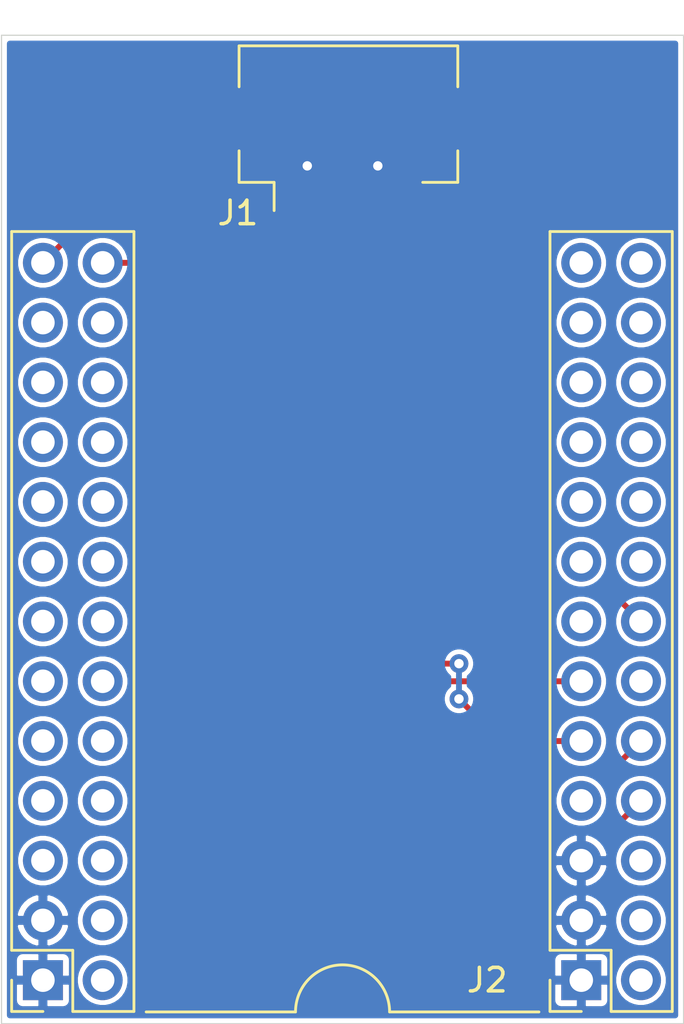
<source format=kicad_pcb>
(kicad_pcb (version 20171130) (host pcbnew "(5.1.9-0-10_14)")

  (general
    (thickness 1.6)
    (drawings 7)
    (tracks 34)
    (zones 0)
    (modules 2)
    (nets 52)
  )

  (page A4)
  (layers
    (0 F.Cu signal)
    (31 B.Cu signal)
    (32 B.Adhes user)
    (33 F.Adhes user)
    (34 B.Paste user)
    (35 F.Paste user)
    (36 B.SilkS user)
    (37 F.SilkS user)
    (38 B.Mask user)
    (39 F.Mask user)
    (40 Dwgs.User user)
    (41 Cmts.User user)
    (42 Eco1.User user)
    (43 Eco2.User user)
    (44 Edge.Cuts user)
    (45 Margin user)
    (46 B.CrtYd user)
    (47 F.CrtYd user)
    (48 B.Fab user)
    (49 F.Fab user)
  )

  (setup
    (last_trace_width 0.25)
    (trace_clearance 0.2)
    (zone_clearance 0.2032)
    (zone_45_only no)
    (trace_min 0.2)
    (via_size 0.8)
    (via_drill 0.4)
    (via_min_size 0.4)
    (via_min_drill 0.3)
    (uvia_size 0.3)
    (uvia_drill 0.1)
    (uvias_allowed no)
    (uvia_min_size 0.2)
    (uvia_min_drill 0.1)
    (edge_width 0.05)
    (segment_width 0.2)
    (pcb_text_width 0.3)
    (pcb_text_size 1.5 1.5)
    (mod_edge_width 0.12)
    (mod_text_size 1 1)
    (mod_text_width 0.15)
    (pad_size 1.524 1.524)
    (pad_drill 0.762)
    (pad_to_mask_clearance 0)
    (aux_axis_origin 0 0)
    (visible_elements FFFFFF7F)
    (pcbplotparams
      (layerselection 0x010fc_ffffffff)
      (usegerberextensions false)
      (usegerberattributes true)
      (usegerberadvancedattributes true)
      (creategerberjobfile true)
      (excludeedgelayer true)
      (linewidth 0.100000)
      (plotframeref false)
      (viasonmask false)
      (mode 1)
      (useauxorigin false)
      (hpglpennumber 1)
      (hpglpenspeed 20)
      (hpglpendiameter 15.000000)
      (psnegative false)
      (psa4output false)
      (plotreference true)
      (plotvalue true)
      (plotinvisibletext false)
      (padsonsilk false)
      (subtractmaskfromsilk false)
      (outputformat 1)
      (mirror false)
      (drillshape 1)
      (scaleselection 1)
      (outputdirectory ""))
  )

  (net 0 "")
  (net 1 /BD0)
  (net 2 /BD1)
  (net 3 GND)
  (net 4 /AD0)
  (net 5 /AD2)
  (net 6 /AD3)
  (net 7 /AD1)
  (net 8 /AD5)
  (net 9 /FE310.UART.TX)
  (net 10 /FE310.UART.RX)
  (net 11 "Net-(J1-Pad12)")
  (net 12 "Net-(J2-Pada23)")
  (net 13 "Net-(J2-Pada22)")
  (net 14 "Net-(J2-Pada13)")
  (net 15 "Net-(J2-Pada19)")
  (net 16 "Net-(J2-Pada18)")
  (net 17 "Net-(J2-Pada2)")
  (net 18 "Net-(J2-Pada20)")
  (net 19 "Net-(J2-Pada26)")
  (net 20 "Net-(J2-Pada7)")
  (net 21 "Net-(J2-Pada12)")
  (net 22 "Net-(J2-Pada15)")
  (net 23 "Net-(J2-Pada16)")
  (net 24 "Net-(J2-Pada6)")
  (net 25 "Net-(J2-Pada21)")
  (net 26 "Net-(J2-Pada17)")
  (net 27 "Net-(J2-Pada25)")
  (net 28 "Net-(J2-Pada24)")
  (net 29 "Net-(J2-Pada4)")
  (net 30 "Net-(J2-Padb6)")
  (net 31 "Net-(J2-Padb5)")
  (net 32 "Net-(J2-Padb4)")
  (net 33 "Net-(J2-Padb24)")
  (net 34 "Net-(J2-Padb23)")
  (net 35 "Net-(J2-Padb22)")
  (net 36 "Net-(J2-Padb21)")
  (net 37 "Net-(J2-Padb20)")
  (net 38 "Net-(J2-Padb19)")
  (net 39 "Net-(J2-Padb18)")
  (net 40 "Net-(J2-Padb17)")
  (net 41 "Net-(J2-Padb16)")
  (net 42 "Net-(J2-Padb15)")
  (net 43 "Net-(J2-Padb14)")
  (net 44 "Net-(J2-Padb13)")
  (net 45 "Net-(J2-Padb12)")
  (net 46 "Net-(J2-Padb11)")
  (net 47 "Net-(J2-Padb10)")
  (net 48 "Net-(J2-Padb9)")
  (net 49 "Net-(J2-Padb8)")
  (net 50 "Net-(J2-Padb7)")
  (net 51 "Net-(J2-Padb2)")

  (net_class Default "This is the default net class."
    (clearance 0.2)
    (trace_width 0.25)
    (via_dia 0.8)
    (via_drill 0.4)
    (uvia_dia 0.3)
    (uvia_drill 0.1)
    (add_net /AD0)
    (add_net /AD1)
    (add_net /AD2)
    (add_net /AD3)
    (add_net /AD5)
    (add_net /BD0)
    (add_net /BD1)
    (add_net /FE310.UART.RX)
    (add_net /FE310.UART.TX)
    (add_net GND)
    (add_net "Net-(J1-Pad12)")
    (add_net "Net-(J2-Pada12)")
    (add_net "Net-(J2-Pada13)")
    (add_net "Net-(J2-Pada15)")
    (add_net "Net-(J2-Pada16)")
    (add_net "Net-(J2-Pada17)")
    (add_net "Net-(J2-Pada18)")
    (add_net "Net-(J2-Pada19)")
    (add_net "Net-(J2-Pada2)")
    (add_net "Net-(J2-Pada20)")
    (add_net "Net-(J2-Pada21)")
    (add_net "Net-(J2-Pada22)")
    (add_net "Net-(J2-Pada23)")
    (add_net "Net-(J2-Pada24)")
    (add_net "Net-(J2-Pada25)")
    (add_net "Net-(J2-Pada26)")
    (add_net "Net-(J2-Pada4)")
    (add_net "Net-(J2-Pada6)")
    (add_net "Net-(J2-Pada7)")
    (add_net "Net-(J2-Padb10)")
    (add_net "Net-(J2-Padb11)")
    (add_net "Net-(J2-Padb12)")
    (add_net "Net-(J2-Padb13)")
    (add_net "Net-(J2-Padb14)")
    (add_net "Net-(J2-Padb15)")
    (add_net "Net-(J2-Padb16)")
    (add_net "Net-(J2-Padb17)")
    (add_net "Net-(J2-Padb18)")
    (add_net "Net-(J2-Padb19)")
    (add_net "Net-(J2-Padb2)")
    (add_net "Net-(J2-Padb20)")
    (add_net "Net-(J2-Padb21)")
    (add_net "Net-(J2-Padb22)")
    (add_net "Net-(J2-Padb23)")
    (add_net "Net-(J2-Padb24)")
    (add_net "Net-(J2-Padb4)")
    (add_net "Net-(J2-Padb5)")
    (add_net "Net-(J2-Padb6)")
    (add_net "Net-(J2-Padb7)")
    (add_net "Net-(J2-Padb8)")
    (add_net "Net-(J2-Padb9)")
  )

  (module Connector_FFC-FPC:Hirose_FH12-12S-0.5SH_1x12-1MP_P0.50mm_Horizontal (layer F.Cu) (tedit 633603EB) (tstamp 63367DA9)
    (at 125.6 77.5 180)
    (descr "Hirose FH12, FFC/FPC connector, FH12-12S-0.5SH, 12 Pins per row (https://www.hirose.com/product/en/products/FH12/FH12-24S-0.5SH(55)/), generated with kicad-footprint-generator")
    (tags "connector Hirose FH12 horizontal")
    (path /6339B3FE)
    (attr smd)
    (fp_text reference J1 (at 4.7 -2.6) (layer F.SilkS)
      (effects (font (size 1 1) (thickness 0.15)))
    )
    (fp_text value Phone (at 0 5.6) (layer F.Fab)
      (effects (font (size 1 1) (thickness 0.15)))
    )
    (fp_line (start -6.05 -3) (end 6.05 -3) (layer F.CrtYd) (width 0.05))
    (fp_line (start -6.05 4.9) (end -6.05 -3) (layer F.CrtYd) (width 0.05))
    (fp_line (start 6.05 4.9) (end -6.05 4.9) (layer F.CrtYd) (width 0.05))
    (fp_line (start 6.05 -3) (end 6.05 4.9) (layer F.CrtYd) (width 0.05))
    (fp_line (start 2.75 -0.492893) (end 2.25 -1.2) (layer F.Fab) (width 0.1))
    (fp_line (start 3.25 -1.2) (end 2.75 -0.492893) (layer F.Fab) (width 0.1))
    (fp_line (start 3.16 -1.3) (end 3.16 -2.5) (layer F.SilkS) (width 0.12))
    (fp_line (start -4.65 4.5) (end -4.65 2.76) (layer F.SilkS) (width 0.12))
    (fp_line (start 4.65 4.5) (end -4.65 4.5) (layer F.SilkS) (width 0.12))
    (fp_line (start 4.65 2.76) (end 4.65 4.5) (layer F.SilkS) (width 0.12))
    (fp_line (start -4.65 -1.3) (end -4.65 0.04) (layer F.SilkS) (width 0.12))
    (fp_line (start -3.16 -1.3) (end -4.65 -1.3) (layer F.SilkS) (width 0.12))
    (fp_line (start 4.65 -1.3) (end 4.65 0.04) (layer F.SilkS) (width 0.12))
    (fp_line (start 3.16 -1.3) (end 4.65 -1.3) (layer F.SilkS) (width 0.12))
    (fp_line (start -4.45 4.4) (end 0 4.4) (layer F.Fab) (width 0.1))
    (fp_line (start -4.45 3.7) (end -4.45 4.4) (layer F.Fab) (width 0.1))
    (fp_line (start -3.95 3.7) (end -4.45 3.7) (layer F.Fab) (width 0.1))
    (fp_line (start -3.95 3.4) (end -3.95 3.7) (layer F.Fab) (width 0.1))
    (fp_line (start -4.55 3.4) (end -3.95 3.4) (layer F.Fab) (width 0.1))
    (fp_line (start -4.55 -1.2) (end -4.55 3.4) (layer F.Fab) (width 0.1))
    (fp_line (start 0 -1.2) (end -4.55 -1.2) (layer F.Fab) (width 0.1))
    (fp_line (start 4.45 4.4) (end 0 4.4) (layer F.Fab) (width 0.1))
    (fp_line (start 4.45 3.7) (end 4.45 4.4) (layer F.Fab) (width 0.1))
    (fp_line (start 3.95 3.7) (end 4.45 3.7) (layer F.Fab) (width 0.1))
    (fp_line (start 3.95 3.4) (end 3.95 3.7) (layer F.Fab) (width 0.1))
    (fp_line (start 4.55 3.4) (end 3.95 3.4) (layer F.Fab) (width 0.1))
    (fp_line (start 4.55 -1.2) (end 4.55 3.4) (layer F.Fab) (width 0.1))
    (fp_line (start 0 -1.2) (end 4.55 -1.2) (layer F.Fab) (width 0.1))
    (fp_text user %R (at 0 3.7) (layer F.Fab)
      (effects (font (size 1 1) (thickness 0.15)))
    )
    (pad MP smd rect (at -4.65 1.4 180) (size 1.8 2.2) (layers F.Cu F.Paste F.Mask))
    (pad MP smd rect (at 4.65 1.4 180) (size 1.8 2.2) (layers F.Cu F.Paste F.Mask))
    (pad 1 smd rect (at 2.75 -1.85 180) (size 0.3 1.3) (layers F.Cu F.Paste F.Mask)
      (net 1 /BD0))
    (pad 2 smd rect (at 2.25 -1.85 180) (size 0.3 1.3) (layers F.Cu F.Paste F.Mask)
      (net 2 /BD1))
    (pad 3 smd rect (at 1.75 -1.85 180) (size 0.3 1.3) (layers F.Cu F.Paste F.Mask)
      (net 3 GND))
    (pad 4 smd rect (at 1.25 -1.85 180) (size 0.3 1.3) (layers F.Cu F.Paste F.Mask)
      (net 4 /AD0))
    (pad 5 smd rect (at 0.75 -1.85 180) (size 0.3 1.3) (layers F.Cu F.Paste F.Mask)
      (net 5 /AD2))
    (pad 6 smd rect (at 0.25 -1.85 180) (size 0.3 1.3) (layers F.Cu F.Paste F.Mask)
      (net 6 /AD3))
    (pad 7 smd rect (at -0.25 -1.85 180) (size 0.3 1.3) (layers F.Cu F.Paste F.Mask)
      (net 7 /AD1))
    (pad 8 smd rect (at -0.75 -1.85 180) (size 0.3 1.3) (layers F.Cu F.Paste F.Mask)
      (net 8 /AD5))
    (pad 9 smd rect (at -1.25 -1.85 180) (size 0.3 1.3) (layers F.Cu F.Paste F.Mask)
      (net 3 GND))
    (pad 10 smd rect (at -1.75 -1.85 180) (size 0.3 1.3) (layers F.Cu F.Paste F.Mask)
      (net 9 /FE310.UART.TX))
    (pad 11 smd rect (at -2.25 -1.85 180) (size 0.3 1.3) (layers F.Cu F.Paste F.Mask)
      (net 10 /FE310.UART.RX))
    (pad 12 smd rect (at -2.75 -1.85 180) (size 0.3 1.3) (layers F.Cu F.Paste F.Mask)
      (net 11 "Net-(J1-Pad12)"))
    (model ${KISYS3DMOD}/Connector_FFC-FPC.3dshapes/Hirose_FH12-12S-0.5SH_1x12-1MP_P0.50mm_Horizontal.wrl
      (at (xyz 0 0 0))
      (scale (xyz 1 1 1))
      (rotate (xyz 0 0 0))
    )
  )

  (module footprints:FT2232H-56Q-MMDL (layer F.Cu) (tedit 6335F5EE) (tstamp 63367E03)
    (at 135.5 112.7 180)
    (path /6338AFA6)
    (fp_text reference J2 (at 4 0) (layer F.SilkS)
      (effects (font (size 1 1) (thickness 0.15)))
    )
    (fp_text value FT2232H (at 9.85 1.35) (layer F.Fab)
      (effects (font (size 1 1) (thickness 0.15)))
    )
    (fp_line (start 1.33 -1.33) (end 0 -1.33) (layer F.SilkS) (width 0.12))
    (fp_line (start -1.27 -1.33) (end -3.87 -1.33) (layer F.SilkS) (width 0.12))
    (fp_line (start 1.8 -1.8) (end 1.8 32.25) (layer F.CrtYd) (width 0.05))
    (fp_line (start 1.33 0) (end 1.33 -1.33) (layer F.SilkS) (width 0.12))
    (fp_line (start -4.35 -1.8) (end 1.8 -1.8) (layer F.CrtYd) (width 0.05))
    (fp_line (start -1.27 1.27) (end -1.27 -1.33) (layer F.SilkS) (width 0.12))
    (fp_line (start -4.35 32.25) (end -4.35 -1.8) (layer F.CrtYd) (width 0.05))
    (fp_line (start 1.8 32.25) (end -4.35 32.25) (layer F.CrtYd) (width 0.05))
    (fp_line (start 1.33 1.27) (end -1.27 1.27) (layer F.SilkS) (width 0.12))
    (fp_line (start -3.81 -1.27) (end -3.81 31.75) (layer F.Fab) (width 0.1))
    (fp_line (start -3.81 31.75) (end 1.27 31.75) (layer F.Fab) (width 0.1))
    (fp_line (start 0 -1.27) (end -3.81 -1.27) (layer F.Fab) (width 0.1))
    (fp_line (start -3.87 -1.33) (end -3.87 31.81) (layer F.SilkS) (width 0.12))
    (fp_line (start 1.27 31.75) (end 1.27 0) (layer F.Fab) (width 0.1))
    (fp_line (start 1.27 0) (end 0 -1.27) (layer F.Fab) (width 0.1))
    (fp_line (start 1.33 31.81) (end -3.87 31.81) (layer F.SilkS) (width 0.12))
    (fp_line (start 1.33 1.27) (end 1.33 31.81) (layer F.SilkS) (width 0.12))
    (fp_line (start 19.08 31.75) (end 24.16 31.75) (layer F.Fab) (width 0.1))
    (fp_line (start 19.08 -1.27) (end 19.08 31.75) (layer F.Fab) (width 0.1))
    (fp_line (start 22.89 -1.27) (end 19.08 -1.27) (layer F.Fab) (width 0.1))
    (fp_line (start 24.22 1.27) (end 21.62 1.27) (layer F.SilkS) (width 0.12))
    (fp_line (start 19.02 -1.33) (end 19.02 31.81) (layer F.SilkS) (width 0.12))
    (fp_line (start 24.22 1.27) (end 24.22 31.81) (layer F.SilkS) (width 0.12))
    (fp_line (start 24.22 31.81) (end 19.02 31.81) (layer F.SilkS) (width 0.12))
    (fp_line (start 24.16 0) (end 22.89 -1.27) (layer F.Fab) (width 0.1))
    (fp_line (start 24.16 31.75) (end 24.16 0) (layer F.Fab) (width 0.1))
    (fp_line (start 18.54 -1.8) (end 24.69 -1.8) (layer F.CrtYd) (width 0.05))
    (fp_line (start 18.54 32.25) (end 18.54 -1.8) (layer F.CrtYd) (width 0.05))
    (fp_line (start 24.69 32.25) (end 18.54 32.25) (layer F.CrtYd) (width 0.05))
    (fp_line (start 24.69 -1.8) (end 24.69 32.25) (layer F.CrtYd) (width 0.05))
    (fp_line (start 24.22 -1.33) (end 22.89 -1.33) (layer F.SilkS) (width 0.12))
    (fp_line (start 24.22 0) (end 24.22 -1.33) (layer F.SilkS) (width 0.12))
    (fp_line (start 21.62 -1.33) (end 19.02 -1.33) (layer F.SilkS) (width 0.12))
    (fp_line (start 21.62 1.27) (end 21.62 -1.33) (layer F.SilkS) (width 0.12))
    (pad a23 thru_hole oval (at 0 27.94 180) (size 1.7 1.7) (drill 1) (layers *.Cu *.Mask)
      (net 12 "Net-(J2-Pada23)"))
    (pad a22 thru_hole oval (at -2.54 25.4 180) (size 1.7 1.7) (drill 1) (layers *.Cu *.Mask)
      (net 13 "Net-(J2-Pada22)"))
    (pad a9 thru_hole oval (at 0 10.16 180) (size 1.7 1.7) (drill 1) (layers *.Cu *.Mask)
      (net 7 /AD1))
    (pad a13 thru_hole oval (at 0 15.24 180) (size 1.7 1.7) (drill 1) (layers *.Cu *.Mask)
      (net 14 "Net-(J2-Pada13)"))
    (pad a19 thru_hole oval (at 0 22.86 180) (size 1.7 1.7) (drill 1) (layers *.Cu *.Mask)
      (net 15 "Net-(J2-Pada19)"))
    (pad a18 thru_hole oval (at -2.54 20.32 180) (size 1.7 1.7) (drill 1) (layers *.Cu *.Mask)
      (net 16 "Net-(J2-Pada18)"))
    (pad a2 thru_hole oval (at -2.54 0 180) (size 1.7 1.7) (drill 1) (layers *.Cu *.Mask)
      (net 17 "Net-(J2-Pada2)"))
    (pad a20 thru_hole oval (at -2.54 22.86 180) (size 1.7 1.7) (drill 1) (layers *.Cu *.Mask)
      (net 18 "Net-(J2-Pada20)"))
    (pad a5 thru_hole oval (at 0 5.08 180) (size 1.7 1.7) (drill 1) (layers *.Cu *.Mask)
      (net 3 GND))
    (pad a26 thru_hole oval (at -2.54 30.48 180) (size 1.7 1.7) (drill 1) (layers *.Cu *.Mask)
      (net 19 "Net-(J2-Pada26)"))
    (pad a3 thru_hole oval (at 0 2.54 180) (size 1.7 1.7) (drill 1) (layers *.Cu *.Mask)
      (net 3 GND))
    (pad a1 thru_hole rect (at 0 0 180) (size 1.7 1.7) (drill 1) (layers *.Cu *.Mask)
      (net 3 GND))
    (pad a14 thru_hole oval (at -2.54 15.24 180) (size 1.7 1.7) (drill 1) (layers *.Cu *.Mask)
      (net 8 /AD5))
    (pad a7 thru_hole oval (at 0 7.62 180) (size 1.7 1.7) (drill 1) (layers *.Cu *.Mask)
      (net 20 "Net-(J2-Pada7)"))
    (pad a12 thru_hole oval (at -2.54 12.7 180) (size 1.7 1.7) (drill 1) (layers *.Cu *.Mask)
      (net 21 "Net-(J2-Pada12)"))
    (pad a15 thru_hole oval (at 0 17.78 180) (size 1.7 1.7) (drill 1) (layers *.Cu *.Mask)
      (net 22 "Net-(J2-Pada15)"))
    (pad a16 thru_hole oval (at -2.54 17.78 180) (size 1.7 1.7) (drill 1) (layers *.Cu *.Mask)
      (net 23 "Net-(J2-Pada16)"))
    (pad a6 thru_hole oval (at -2.54 5.08 180) (size 1.7 1.7) (drill 1) (layers *.Cu *.Mask)
      (net 24 "Net-(J2-Pada6)"))
    (pad a21 thru_hole oval (at 0 25.4 180) (size 1.7 1.7) (drill 1) (layers *.Cu *.Mask)
      (net 25 "Net-(J2-Pada21)"))
    (pad a17 thru_hole oval (at 0 20.32 180) (size 1.7 1.7) (drill 1) (layers *.Cu *.Mask)
      (net 26 "Net-(J2-Pada17)"))
    (pad a25 thru_hole oval (at 0 30.48 180) (size 1.7 1.7) (drill 1) (layers *.Cu *.Mask)
      (net 27 "Net-(J2-Pada25)"))
    (pad a24 thru_hole oval (at -2.54 27.94 180) (size 1.7 1.7) (drill 1) (layers *.Cu *.Mask)
      (net 28 "Net-(J2-Pada24)"))
    (pad a10 thru_hole oval (at -2.54 10.16 180) (size 1.7 1.7) (drill 1) (layers *.Cu *.Mask)
      (net 5 /AD2))
    (pad a8 thru_hole oval (at -2.54 7.62 180) (size 1.7 1.7) (drill 1) (layers *.Cu *.Mask)
      (net 4 /AD0))
    (pad a11 thru_hole oval (at 0 12.7 180) (size 1.7 1.7) (drill 1) (layers *.Cu *.Mask)
      (net 6 /AD3))
    (pad a4 thru_hole oval (at -2.54 2.54 180) (size 1.7 1.7) (drill 1) (layers *.Cu *.Mask)
      (net 29 "Net-(J2-Pada4)"))
    (pad b1 thru_hole rect (at 22.89 0 180) (size 1.7 1.7) (drill 1) (layers *.Cu *.Mask)
      (net 3 GND))
    (pad b6 thru_hole oval (at 20.35 5.08 180) (size 1.7 1.7) (drill 1) (layers *.Cu *.Mask)
      (net 30 "Net-(J2-Padb6)"))
    (pad b5 thru_hole oval (at 22.89 5.08 180) (size 1.7 1.7) (drill 1) (layers *.Cu *.Mask)
      (net 31 "Net-(J2-Padb5)"))
    (pad b4 thru_hole oval (at 20.35 2.54 180) (size 1.7 1.7) (drill 1) (layers *.Cu *.Mask)
      (net 32 "Net-(J2-Padb4)"))
    (pad b26 thru_hole oval (at 20.35 30.48 180) (size 1.7 1.7) (drill 1) (layers *.Cu *.Mask)
      (net 2 /BD1))
    (pad b25 thru_hole oval (at 22.89 30.48 180) (size 1.7 1.7) (drill 1) (layers *.Cu *.Mask)
      (net 1 /BD0))
    (pad b24 thru_hole oval (at 20.35 27.94 180) (size 1.7 1.7) (drill 1) (layers *.Cu *.Mask)
      (net 33 "Net-(J2-Padb24)"))
    (pad b23 thru_hole oval (at 22.89 27.94 180) (size 1.7 1.7) (drill 1) (layers *.Cu *.Mask)
      (net 34 "Net-(J2-Padb23)"))
    (pad b22 thru_hole oval (at 20.35 25.4 180) (size 1.7 1.7) (drill 1) (layers *.Cu *.Mask)
      (net 35 "Net-(J2-Padb22)"))
    (pad b21 thru_hole oval (at 22.89 25.4 180) (size 1.7 1.7) (drill 1) (layers *.Cu *.Mask)
      (net 36 "Net-(J2-Padb21)"))
    (pad b20 thru_hole oval (at 20.35 22.86 180) (size 1.7 1.7) (drill 1) (layers *.Cu *.Mask)
      (net 37 "Net-(J2-Padb20)"))
    (pad b19 thru_hole oval (at 22.89 22.86 180) (size 1.7 1.7) (drill 1) (layers *.Cu *.Mask)
      (net 38 "Net-(J2-Padb19)"))
    (pad b18 thru_hole oval (at 20.35 20.32 180) (size 1.7 1.7) (drill 1) (layers *.Cu *.Mask)
      (net 39 "Net-(J2-Padb18)"))
    (pad b17 thru_hole oval (at 22.89 20.32 180) (size 1.7 1.7) (drill 1) (layers *.Cu *.Mask)
      (net 40 "Net-(J2-Padb17)"))
    (pad b16 thru_hole oval (at 20.35 17.78 180) (size 1.7 1.7) (drill 1) (layers *.Cu *.Mask)
      (net 41 "Net-(J2-Padb16)"))
    (pad b15 thru_hole oval (at 22.89 17.78 180) (size 1.7 1.7) (drill 1) (layers *.Cu *.Mask)
      (net 42 "Net-(J2-Padb15)"))
    (pad b14 thru_hole oval (at 20.35 15.24 180) (size 1.7 1.7) (drill 1) (layers *.Cu *.Mask)
      (net 43 "Net-(J2-Padb14)"))
    (pad b13 thru_hole oval (at 22.89 15.24 180) (size 1.7 1.7) (drill 1) (layers *.Cu *.Mask)
      (net 44 "Net-(J2-Padb13)"))
    (pad b12 thru_hole oval (at 20.35 12.7 180) (size 1.7 1.7) (drill 1) (layers *.Cu *.Mask)
      (net 45 "Net-(J2-Padb12)"))
    (pad b11 thru_hole oval (at 22.89 12.7 180) (size 1.7 1.7) (drill 1) (layers *.Cu *.Mask)
      (net 46 "Net-(J2-Padb11)"))
    (pad b10 thru_hole oval (at 20.35 10.16 180) (size 1.7 1.7) (drill 1) (layers *.Cu *.Mask)
      (net 47 "Net-(J2-Padb10)"))
    (pad b9 thru_hole oval (at 22.89 10.16 180) (size 1.7 1.7) (drill 1) (layers *.Cu *.Mask)
      (net 48 "Net-(J2-Padb9)"))
    (pad b8 thru_hole oval (at 20.35 7.62 180) (size 1.7 1.7) (drill 1) (layers *.Cu *.Mask)
      (net 49 "Net-(J2-Padb8)"))
    (pad b7 thru_hole oval (at 22.89 7.62 180) (size 1.7 1.7) (drill 1) (layers *.Cu *.Mask)
      (net 50 "Net-(J2-Padb7)"))
    (pad b3 thru_hole oval (at 22.89 2.54 180) (size 1.7 1.7) (drill 1) (layers *.Cu *.Mask)
      (net 3 GND))
    (pad b2 thru_hole oval (at 20.35 0 180) (size 1.7 1.7) (drill 1) (layers *.Cu *.Mask)
      (net 51 "Net-(J2-Padb2)"))
  )

  (gr_line (start 123.35 114.05) (end 117 114.05) (layer F.SilkS) (width 0.12))
  (gr_line (start 127.35 114.05) (end 133.7 114.05) (layer F.SilkS) (width 0.12))
  (gr_arc (start 125.35 114.05) (end 127.35 114.05) (angle -180) (layer F.SilkS) (width 0.12))
  (gr_line (start 139.85 72.55) (end 110.85 72.55) (layer Edge.Cuts) (width 0.05) (tstamp 633694CC))
  (gr_line (start 139.85 114.55) (end 139.85 72.55) (layer Edge.Cuts) (width 0.05))
  (gr_line (start 110.85 114.55) (end 139.85 114.55) (layer Edge.Cuts) (width 0.05))
  (gr_line (start 110.85 72.55) (end 110.85 114.55) (layer Edge.Cuts) (width 0.05))

  (segment (start 122.85 79.35) (end 122.85 80.3) (width 0.25) (layer F.Cu) (net 1))
  (segment (start 122.85 80.3) (end 122.2 80.95) (width 0.25) (layer F.Cu) (net 1))
  (segment (start 113.88 80.95) (end 112.61 82.22) (width 0.25) (layer F.Cu) (net 1))
  (segment (start 122.2 80.95) (end 113.88 80.95) (width 0.25) (layer F.Cu) (net 1))
  (segment (start 115.15 82.22) (end 121.58 82.22) (width 0.25) (layer F.Cu) (net 2))
  (segment (start 123.35 80.45) (end 123.35 79.35) (width 0.25) (layer F.Cu) (net 2))
  (segment (start 121.58 82.22) (end 123.35 80.45) (width 0.25) (layer F.Cu) (net 2))
  (via (at 123.85 78.1) (size 0.8) (drill 0.4) (layers F.Cu B.Cu) (net 3))
  (segment (start 123.85 79.35) (end 123.85 78.1) (width 0.25) (layer F.Cu) (net 3))
  (via (at 126.85 78.1) (size 0.8) (drill 0.4) (layers F.Cu B.Cu) (net 3))
  (segment (start 126.85 79.35) (end 126.85 78.1) (width 0.25) (layer F.Cu) (net 3))
  (segment (start 136.77 106.35) (end 138.04 105.08) (width 0.25) (layer F.Cu) (net 4))
  (segment (start 136.77 106.35) (end 134.2 106.35) (width 0.25) (layer F.Cu) (net 4))
  (segment (start 124.35 96.5) (end 124.35 79.35) (width 0.25) (layer F.Cu) (net 4))
  (segment (start 134.2 106.35) (end 124.35 96.5) (width 0.25) (layer F.Cu) (net 4))
  (segment (start 124.85 79.35) (end 124.85 96.35) (width 0.25) (layer F.Cu) (net 5))
  (segment (start 124.85 96.35) (end 132.3 103.8) (width 0.25) (layer F.Cu) (net 5))
  (segment (start 136.78 103.8) (end 138.04 102.54) (width 0.25) (layer F.Cu) (net 5))
  (segment (start 132.3 103.8) (end 136.78 103.8) (width 0.25) (layer F.Cu) (net 5))
  (segment (start 125.35 79.35) (end 125.35 96.2) (width 0.25) (layer F.Cu) (net 6) (tstamp 63361948))
  (segment (start 129.15 100) (end 135.5 100) (width 0.25) (layer F.Cu) (net 6))
  (segment (start 125.35 96.2) (end 129.15 100) (width 0.25) (layer F.Cu) (net 6))
  (via (at 130.3 100.75) (size 0.8) (drill 0.4) (layers F.Cu B.Cu) (net 7))
  (segment (start 132.09 102.54) (end 130.3 100.75) (width 0.25) (layer F.Cu) (net 7))
  (segment (start 135.5 102.54) (end 132.09 102.54) (width 0.25) (layer F.Cu) (net 7))
  (segment (start 125.85 96.05) (end 125.85 79.35) (width 0.25) (layer F.Cu) (net 7))
  (via (at 130.3 99.25) (size 0.8) (drill 0.4) (layers F.Cu B.Cu) (net 7))
  (segment (start 129.05 99.25) (end 130.3 99.25) (width 0.25) (layer F.Cu) (net 7))
  (segment (start 125.85 96.05) (end 129.05 99.25) (width 0.25) (layer F.Cu) (net 7))
  (segment (start 130.3 99.25) (end 130.3 100.75) (width 0.25) (layer B.Cu) (net 7))
  (segment (start 138.04 97.46) (end 136.78 96.2) (width 0.25) (layer F.Cu) (net 8))
  (segment (start 136.78 96.2) (end 132 96.2) (width 0.25) (layer F.Cu) (net 8))
  (segment (start 126.35 90.55) (end 126.35 79.35) (width 0.25) (layer F.Cu) (net 8))
  (segment (start 132 96.2) (end 126.35 90.55) (width 0.25) (layer F.Cu) (net 8))

  (zone (net 3) (net_name GND) (layer B.Cu) (tstamp 6336131E) (hatch edge 0.508)
    (connect_pads (clearance 0.2032))
    (min_thickness 0.254)
    (fill yes (arc_segments 32) (thermal_gap 0.254) (thermal_bridge_width 0.381))
    (polygon
      (pts
        (xy 139.85 114.55) (xy 110.85 114.55) (xy 110.85 72.55) (xy 139.85 72.55)
      )
    )
    (filled_polygon
      (pts
        (xy 139.4948 114.1948) (xy 111.2052 114.1948) (xy 111.2052 113.55) (xy 111.377157 113.55) (xy 111.384513 113.624689)
        (xy 111.406299 113.696508) (xy 111.441678 113.762696) (xy 111.489289 113.820711) (xy 111.547304 113.868322) (xy 111.613492 113.903701)
        (xy 111.685311 113.925487) (xy 111.76 113.932843) (xy 112.45125 113.931) (xy 112.5465 113.83575) (xy 112.5465 112.7635)
        (xy 112.6735 112.7635) (xy 112.6735 113.83575) (xy 112.76875 113.931) (xy 113.46 113.932843) (xy 113.534689 113.925487)
        (xy 113.606508 113.903701) (xy 113.672696 113.868322) (xy 113.730711 113.820711) (xy 113.778322 113.762696) (xy 113.813701 113.696508)
        (xy 113.835487 113.624689) (xy 113.842843 113.55) (xy 113.841 112.85875) (xy 113.74575 112.7635) (xy 112.6735 112.7635)
        (xy 112.5465 112.7635) (xy 111.47425 112.7635) (xy 111.379 112.85875) (xy 111.377157 113.55) (xy 111.2052 113.55)
        (xy 111.2052 111.85) (xy 111.377157 111.85) (xy 111.379 112.54125) (xy 111.47425 112.6365) (xy 112.5465 112.6365)
        (xy 112.5465 111.56425) (xy 112.6735 111.56425) (xy 112.6735 112.6365) (xy 113.74575 112.6365) (xy 113.79849 112.58376)
        (xy 113.9698 112.58376) (xy 113.9698 112.81624) (xy 114.015155 113.044252) (xy 114.104121 113.259034) (xy 114.233279 113.452333)
        (xy 114.397667 113.616721) (xy 114.590966 113.745879) (xy 114.805748 113.834845) (xy 115.03376 113.8802) (xy 115.26624 113.8802)
        (xy 115.494252 113.834845) (xy 115.709034 113.745879) (xy 115.902333 113.616721) (xy 115.969054 113.55) (xy 134.267157 113.55)
        (xy 134.274513 113.624689) (xy 134.296299 113.696508) (xy 134.331678 113.762696) (xy 134.379289 113.820711) (xy 134.437304 113.868322)
        (xy 134.503492 113.903701) (xy 134.575311 113.925487) (xy 134.65 113.932843) (xy 135.34125 113.931) (xy 135.4365 113.83575)
        (xy 135.4365 112.7635) (xy 135.5635 112.7635) (xy 135.5635 113.83575) (xy 135.65875 113.931) (xy 136.35 113.932843)
        (xy 136.424689 113.925487) (xy 136.496508 113.903701) (xy 136.562696 113.868322) (xy 136.620711 113.820711) (xy 136.668322 113.762696)
        (xy 136.703701 113.696508) (xy 136.725487 113.624689) (xy 136.732843 113.55) (xy 136.731 112.85875) (xy 136.63575 112.7635)
        (xy 135.5635 112.7635) (xy 135.4365 112.7635) (xy 134.36425 112.7635) (xy 134.269 112.85875) (xy 134.267157 113.55)
        (xy 115.969054 113.55) (xy 116.066721 113.452333) (xy 116.195879 113.259034) (xy 116.284845 113.044252) (xy 116.3302 112.81624)
        (xy 116.3302 112.58376) (xy 116.284845 112.355748) (xy 116.195879 112.140966) (xy 116.066721 111.947667) (xy 115.969054 111.85)
        (xy 134.267157 111.85) (xy 134.269 112.54125) (xy 134.36425 112.6365) (xy 135.4365 112.6365) (xy 135.4365 111.56425)
        (xy 135.5635 111.56425) (xy 135.5635 112.6365) (xy 136.63575 112.6365) (xy 136.68849 112.58376) (xy 136.8598 112.58376)
        (xy 136.8598 112.81624) (xy 136.905155 113.044252) (xy 136.994121 113.259034) (xy 137.123279 113.452333) (xy 137.287667 113.616721)
        (xy 137.480966 113.745879) (xy 137.695748 113.834845) (xy 137.92376 113.8802) (xy 138.15624 113.8802) (xy 138.384252 113.834845)
        (xy 138.599034 113.745879) (xy 138.792333 113.616721) (xy 138.956721 113.452333) (xy 139.085879 113.259034) (xy 139.174845 113.044252)
        (xy 139.2202 112.81624) (xy 139.2202 112.58376) (xy 139.174845 112.355748) (xy 139.085879 112.140966) (xy 138.956721 111.947667)
        (xy 138.792333 111.783279) (xy 138.599034 111.654121) (xy 138.384252 111.565155) (xy 138.15624 111.5198) (xy 137.92376 111.5198)
        (xy 137.695748 111.565155) (xy 137.480966 111.654121) (xy 137.287667 111.783279) (xy 137.123279 111.947667) (xy 136.994121 112.140966)
        (xy 136.905155 112.355748) (xy 136.8598 112.58376) (xy 136.68849 112.58376) (xy 136.731 112.54125) (xy 136.732843 111.85)
        (xy 136.725487 111.775311) (xy 136.703701 111.703492) (xy 136.668322 111.637304) (xy 136.620711 111.579289) (xy 136.562696 111.531678)
        (xy 136.496508 111.496299) (xy 136.424689 111.474513) (xy 136.35 111.467157) (xy 135.65875 111.469) (xy 135.5635 111.56425)
        (xy 135.4365 111.56425) (xy 135.34125 111.469) (xy 134.65 111.467157) (xy 134.575311 111.474513) (xy 134.503492 111.496299)
        (xy 134.437304 111.531678) (xy 134.379289 111.579289) (xy 134.331678 111.637304) (xy 134.296299 111.703492) (xy 134.274513 111.775311)
        (xy 134.267157 111.85) (xy 115.969054 111.85) (xy 115.902333 111.783279) (xy 115.709034 111.654121) (xy 115.494252 111.565155)
        (xy 115.26624 111.5198) (xy 115.03376 111.5198) (xy 114.805748 111.565155) (xy 114.590966 111.654121) (xy 114.397667 111.783279)
        (xy 114.233279 111.947667) (xy 114.104121 112.140966) (xy 114.015155 112.355748) (xy 113.9698 112.58376) (xy 113.79849 112.58376)
        (xy 113.841 112.54125) (xy 113.842843 111.85) (xy 113.835487 111.775311) (xy 113.813701 111.703492) (xy 113.778322 111.637304)
        (xy 113.730711 111.579289) (xy 113.672696 111.531678) (xy 113.606508 111.496299) (xy 113.534689 111.474513) (xy 113.46 111.467157)
        (xy 112.76875 111.469) (xy 112.6735 111.56425) (xy 112.5465 111.56425) (xy 112.45125 111.469) (xy 111.76 111.467157)
        (xy 111.685311 111.474513) (xy 111.613492 111.496299) (xy 111.547304 111.531678) (xy 111.489289 111.579289) (xy 111.441678 111.637304)
        (xy 111.406299 111.703492) (xy 111.384513 111.775311) (xy 111.377157 111.85) (xy 111.2052 111.85) (xy 111.2052 110.415033)
        (xy 111.405708 110.415033) (xy 111.466976 110.617018) (xy 111.578099 110.831229) (xy 111.728877 111.019645) (xy 111.913516 111.175026)
        (xy 112.124921 111.2914) (xy 112.354967 111.364295) (xy 112.5465 111.294114) (xy 112.5465 110.2235) (xy 112.6735 110.2235)
        (xy 112.6735 111.294114) (xy 112.865033 111.364295) (xy 113.095079 111.2914) (xy 113.306484 111.175026) (xy 113.491123 111.019645)
        (xy 113.641901 110.831229) (xy 113.753024 110.617018) (xy 113.814292 110.415033) (xy 113.743973 110.2235) (xy 112.6735 110.2235)
        (xy 112.5465 110.2235) (xy 111.476027 110.2235) (xy 111.405708 110.415033) (xy 111.2052 110.415033) (xy 111.2052 109.904967)
        (xy 111.405708 109.904967) (xy 111.476027 110.0965) (xy 112.5465 110.0965) (xy 112.5465 109.025886) (xy 112.6735 109.025886)
        (xy 112.6735 110.0965) (xy 113.743973 110.0965) (xy 113.763335 110.04376) (xy 113.9698 110.04376) (xy 113.9698 110.27624)
        (xy 114.015155 110.504252) (xy 114.104121 110.719034) (xy 114.233279 110.912333) (xy 114.397667 111.076721) (xy 114.590966 111.205879)
        (xy 114.805748 111.294845) (xy 115.03376 111.3402) (xy 115.26624 111.3402) (xy 115.494252 111.294845) (xy 115.709034 111.205879)
        (xy 115.902333 111.076721) (xy 116.066721 110.912333) (xy 116.195879 110.719034) (xy 116.284845 110.504252) (xy 116.302591 110.415033)
        (xy 134.295708 110.415033) (xy 134.356976 110.617018) (xy 134.468099 110.831229) (xy 134.618877 111.019645) (xy 134.803516 111.175026)
        (xy 135.014921 111.2914) (xy 135.244967 111.364295) (xy 135.4365 111.294114) (xy 135.4365 110.2235) (xy 135.5635 110.2235)
        (xy 135.5635 111.294114) (xy 135.755033 111.364295) (xy 135.985079 111.2914) (xy 136.196484 111.175026) (xy 136.381123 111.019645)
        (xy 136.531901 110.831229) (xy 136.643024 110.617018) (xy 136.704292 110.415033) (xy 136.633973 110.2235) (xy 135.5635 110.2235)
        (xy 135.4365 110.2235) (xy 134.366027 110.2235) (xy 134.295708 110.415033) (xy 116.302591 110.415033) (xy 116.3302 110.27624)
        (xy 116.3302 110.04376) (xy 116.302592 109.904967) (xy 134.295708 109.904967) (xy 134.366027 110.0965) (xy 135.4365 110.0965)
        (xy 135.4365 109.025886) (xy 135.5635 109.025886) (xy 135.5635 110.0965) (xy 136.633973 110.0965) (xy 136.653335 110.04376)
        (xy 136.8598 110.04376) (xy 136.8598 110.27624) (xy 136.905155 110.504252) (xy 136.994121 110.719034) (xy 137.123279 110.912333)
        (xy 137.287667 111.076721) (xy 137.480966 111.205879) (xy 137.695748 111.294845) (xy 137.92376 111.3402) (xy 138.15624 111.3402)
        (xy 138.384252 111.294845) (xy 138.599034 111.205879) (xy 138.792333 111.076721) (xy 138.956721 110.912333) (xy 139.085879 110.719034)
        (xy 139.174845 110.504252) (xy 139.2202 110.27624) (xy 139.2202 110.04376) (xy 139.174845 109.815748) (xy 139.085879 109.600966)
        (xy 138.956721 109.407667) (xy 138.792333 109.243279) (xy 138.599034 109.114121) (xy 138.384252 109.025155) (xy 138.15624 108.9798)
        (xy 137.92376 108.9798) (xy 137.695748 109.025155) (xy 137.480966 109.114121) (xy 137.287667 109.243279) (xy 137.123279 109.407667)
        (xy 136.994121 109.600966) (xy 136.905155 109.815748) (xy 136.8598 110.04376) (xy 136.653335 110.04376) (xy 136.704292 109.904967)
        (xy 136.643024 109.702982) (xy 136.531901 109.488771) (xy 136.381123 109.300355) (xy 136.196484 109.144974) (xy 135.985079 109.0286)
        (xy 135.755033 108.955705) (xy 135.5635 109.025886) (xy 135.4365 109.025886) (xy 135.244967 108.955705) (xy 135.014921 109.0286)
        (xy 134.803516 109.144974) (xy 134.618877 109.300355) (xy 134.468099 109.488771) (xy 134.356976 109.702982) (xy 134.295708 109.904967)
        (xy 116.302592 109.904967) (xy 116.284845 109.815748) (xy 116.195879 109.600966) (xy 116.066721 109.407667) (xy 115.902333 109.243279)
        (xy 115.709034 109.114121) (xy 115.494252 109.025155) (xy 115.26624 108.9798) (xy 115.03376 108.9798) (xy 114.805748 109.025155)
        (xy 114.590966 109.114121) (xy 114.397667 109.243279) (xy 114.233279 109.407667) (xy 114.104121 109.600966) (xy 114.015155 109.815748)
        (xy 113.9698 110.04376) (xy 113.763335 110.04376) (xy 113.814292 109.904967) (xy 113.753024 109.702982) (xy 113.641901 109.488771)
        (xy 113.491123 109.300355) (xy 113.306484 109.144974) (xy 113.095079 109.0286) (xy 112.865033 108.955705) (xy 112.6735 109.025886)
        (xy 112.5465 109.025886) (xy 112.354967 108.955705) (xy 112.124921 109.0286) (xy 111.913516 109.144974) (xy 111.728877 109.300355)
        (xy 111.578099 109.488771) (xy 111.466976 109.702982) (xy 111.405708 109.904967) (xy 111.2052 109.904967) (xy 111.2052 107.50376)
        (xy 111.4298 107.50376) (xy 111.4298 107.73624) (xy 111.475155 107.964252) (xy 111.564121 108.179034) (xy 111.693279 108.372333)
        (xy 111.857667 108.536721) (xy 112.050966 108.665879) (xy 112.265748 108.754845) (xy 112.49376 108.8002) (xy 112.72624 108.8002)
        (xy 112.954252 108.754845) (xy 113.169034 108.665879) (xy 113.362333 108.536721) (xy 113.526721 108.372333) (xy 113.655879 108.179034)
        (xy 113.744845 107.964252) (xy 113.7902 107.73624) (xy 113.7902 107.50376) (xy 113.9698 107.50376) (xy 113.9698 107.73624)
        (xy 114.015155 107.964252) (xy 114.104121 108.179034) (xy 114.233279 108.372333) (xy 114.397667 108.536721) (xy 114.590966 108.665879)
        (xy 114.805748 108.754845) (xy 115.03376 108.8002) (xy 115.26624 108.8002) (xy 115.494252 108.754845) (xy 115.709034 108.665879)
        (xy 115.902333 108.536721) (xy 116.066721 108.372333) (xy 116.195879 108.179034) (xy 116.284845 107.964252) (xy 116.302591 107.875033)
        (xy 134.295708 107.875033) (xy 134.356976 108.077018) (xy 134.468099 108.291229) (xy 134.618877 108.479645) (xy 134.803516 108.635026)
        (xy 135.014921 108.7514) (xy 135.244967 108.824295) (xy 135.4365 108.754114) (xy 135.4365 107.6835) (xy 135.5635 107.6835)
        (xy 135.5635 108.754114) (xy 135.755033 108.824295) (xy 135.985079 108.7514) (xy 136.196484 108.635026) (xy 136.381123 108.479645)
        (xy 136.531901 108.291229) (xy 136.643024 108.077018) (xy 136.704292 107.875033) (xy 136.633973 107.6835) (xy 135.5635 107.6835)
        (xy 135.4365 107.6835) (xy 134.366027 107.6835) (xy 134.295708 107.875033) (xy 116.302591 107.875033) (xy 116.3302 107.73624)
        (xy 116.3302 107.50376) (xy 116.302592 107.364967) (xy 134.295708 107.364967) (xy 134.366027 107.5565) (xy 135.4365 107.5565)
        (xy 135.4365 106.485886) (xy 135.5635 106.485886) (xy 135.5635 107.5565) (xy 136.633973 107.5565) (xy 136.653335 107.50376)
        (xy 136.8598 107.50376) (xy 136.8598 107.73624) (xy 136.905155 107.964252) (xy 136.994121 108.179034) (xy 137.123279 108.372333)
        (xy 137.287667 108.536721) (xy 137.480966 108.665879) (xy 137.695748 108.754845) (xy 137.92376 108.8002) (xy 138.15624 108.8002)
        (xy 138.384252 108.754845) (xy 138.599034 108.665879) (xy 138.792333 108.536721) (xy 138.956721 108.372333) (xy 139.085879 108.179034)
        (xy 139.174845 107.964252) (xy 139.2202 107.73624) (xy 139.2202 107.50376) (xy 139.174845 107.275748) (xy 139.085879 107.060966)
        (xy 138.956721 106.867667) (xy 138.792333 106.703279) (xy 138.599034 106.574121) (xy 138.384252 106.485155) (xy 138.15624 106.4398)
        (xy 137.92376 106.4398) (xy 137.695748 106.485155) (xy 137.480966 106.574121) (xy 137.287667 106.703279) (xy 137.123279 106.867667)
        (xy 136.994121 107.060966) (xy 136.905155 107.275748) (xy 136.8598 107.50376) (xy 136.653335 107.50376) (xy 136.704292 107.364967)
        (xy 136.643024 107.162982) (xy 136.531901 106.948771) (xy 136.381123 106.760355) (xy 136.196484 106.604974) (xy 135.985079 106.4886)
        (xy 135.755033 106.415705) (xy 135.5635 106.485886) (xy 135.4365 106.485886) (xy 135.244967 106.415705) (xy 135.014921 106.4886)
        (xy 134.803516 106.604974) (xy 134.618877 106.760355) (xy 134.468099 106.948771) (xy 134.356976 107.162982) (xy 134.295708 107.364967)
        (xy 116.302592 107.364967) (xy 116.284845 107.275748) (xy 116.195879 107.060966) (xy 116.066721 106.867667) (xy 115.902333 106.703279)
        (xy 115.709034 106.574121) (xy 115.494252 106.485155) (xy 115.26624 106.4398) (xy 115.03376 106.4398) (xy 114.805748 106.485155)
        (xy 114.590966 106.574121) (xy 114.397667 106.703279) (xy 114.233279 106.867667) (xy 114.104121 107.060966) (xy 114.015155 107.275748)
        (xy 113.9698 107.50376) (xy 113.7902 107.50376) (xy 113.744845 107.275748) (xy 113.655879 107.060966) (xy 113.526721 106.867667)
        (xy 113.362333 106.703279) (xy 113.169034 106.574121) (xy 112.954252 106.485155) (xy 112.72624 106.4398) (xy 112.49376 106.4398)
        (xy 112.265748 106.485155) (xy 112.050966 106.574121) (xy 111.857667 106.703279) (xy 111.693279 106.867667) (xy 111.564121 107.060966)
        (xy 111.475155 107.275748) (xy 111.4298 107.50376) (xy 111.2052 107.50376) (xy 111.2052 104.96376) (xy 111.4298 104.96376)
        (xy 111.4298 105.19624) (xy 111.475155 105.424252) (xy 111.564121 105.639034) (xy 111.693279 105.832333) (xy 111.857667 105.996721)
        (xy 112.050966 106.125879) (xy 112.265748 106.214845) (xy 112.49376 106.2602) (xy 112.72624 106.2602) (xy 112.954252 106.214845)
        (xy 113.169034 106.125879) (xy 113.362333 105.996721) (xy 113.526721 105.832333) (xy 113.655879 105.639034) (xy 113.744845 105.424252)
        (xy 113.7902 105.19624) (xy 113.7902 104.96376) (xy 113.9698 104.96376) (xy 113.9698 105.19624) (xy 114.015155 105.424252)
        (xy 114.104121 105.639034) (xy 114.233279 105.832333) (xy 114.397667 105.996721) (xy 114.590966 106.125879) (xy 114.805748 106.214845)
        (xy 115.03376 106.2602) (xy 115.26624 106.2602) (xy 115.494252 106.214845) (xy 115.709034 106.125879) (xy 115.902333 105.996721)
        (xy 116.066721 105.832333) (xy 116.195879 105.639034) (xy 116.284845 105.424252) (xy 116.3302 105.19624) (xy 116.3302 104.96376)
        (xy 134.3198 104.96376) (xy 134.3198 105.19624) (xy 134.365155 105.424252) (xy 134.454121 105.639034) (xy 134.583279 105.832333)
        (xy 134.747667 105.996721) (xy 134.940966 106.125879) (xy 135.155748 106.214845) (xy 135.38376 106.2602) (xy 135.61624 106.2602)
        (xy 135.844252 106.214845) (xy 136.059034 106.125879) (xy 136.252333 105.996721) (xy 136.416721 105.832333) (xy 136.545879 105.639034)
        (xy 136.634845 105.424252) (xy 136.6802 105.19624) (xy 136.6802 104.96376) (xy 136.8598 104.96376) (xy 136.8598 105.19624)
        (xy 136.905155 105.424252) (xy 136.994121 105.639034) (xy 137.123279 105.832333) (xy 137.287667 105.996721) (xy 137.480966 106.125879)
        (xy 137.695748 106.214845) (xy 137.92376 106.2602) (xy 138.15624 106.2602) (xy 138.384252 106.214845) (xy 138.599034 106.125879)
        (xy 138.792333 105.996721) (xy 138.956721 105.832333) (xy 139.085879 105.639034) (xy 139.174845 105.424252) (xy 139.2202 105.19624)
        (xy 139.2202 104.96376) (xy 139.174845 104.735748) (xy 139.085879 104.520966) (xy 138.956721 104.327667) (xy 138.792333 104.163279)
        (xy 138.599034 104.034121) (xy 138.384252 103.945155) (xy 138.15624 103.8998) (xy 137.92376 103.8998) (xy 137.695748 103.945155)
        (xy 137.480966 104.034121) (xy 137.287667 104.163279) (xy 137.123279 104.327667) (xy 136.994121 104.520966) (xy 136.905155 104.735748)
        (xy 136.8598 104.96376) (xy 136.6802 104.96376) (xy 136.634845 104.735748) (xy 136.545879 104.520966) (xy 136.416721 104.327667)
        (xy 136.252333 104.163279) (xy 136.059034 104.034121) (xy 135.844252 103.945155) (xy 135.61624 103.8998) (xy 135.38376 103.8998)
        (xy 135.155748 103.945155) (xy 134.940966 104.034121) (xy 134.747667 104.163279) (xy 134.583279 104.327667) (xy 134.454121 104.520966)
        (xy 134.365155 104.735748) (xy 134.3198 104.96376) (xy 116.3302 104.96376) (xy 116.284845 104.735748) (xy 116.195879 104.520966)
        (xy 116.066721 104.327667) (xy 115.902333 104.163279) (xy 115.709034 104.034121) (xy 115.494252 103.945155) (xy 115.26624 103.8998)
        (xy 115.03376 103.8998) (xy 114.805748 103.945155) (xy 114.590966 104.034121) (xy 114.397667 104.163279) (xy 114.233279 104.327667)
        (xy 114.104121 104.520966) (xy 114.015155 104.735748) (xy 113.9698 104.96376) (xy 113.7902 104.96376) (xy 113.744845 104.735748)
        (xy 113.655879 104.520966) (xy 113.526721 104.327667) (xy 113.362333 104.163279) (xy 113.169034 104.034121) (xy 112.954252 103.945155)
        (xy 112.72624 103.8998) (xy 112.49376 103.8998) (xy 112.265748 103.945155) (xy 112.050966 104.034121) (xy 111.857667 104.163279)
        (xy 111.693279 104.327667) (xy 111.564121 104.520966) (xy 111.475155 104.735748) (xy 111.4298 104.96376) (xy 111.2052 104.96376)
        (xy 111.2052 102.42376) (xy 111.4298 102.42376) (xy 111.4298 102.65624) (xy 111.475155 102.884252) (xy 111.564121 103.099034)
        (xy 111.693279 103.292333) (xy 111.857667 103.456721) (xy 112.050966 103.585879) (xy 112.265748 103.674845) (xy 112.49376 103.7202)
        (xy 112.72624 103.7202) (xy 112.954252 103.674845) (xy 113.169034 103.585879) (xy 113.362333 103.456721) (xy 113.526721 103.292333)
        (xy 113.655879 103.099034) (xy 113.744845 102.884252) (xy 113.7902 102.65624) (xy 113.7902 102.42376) (xy 113.9698 102.42376)
        (xy 113.9698 102.65624) (xy 114.015155 102.884252) (xy 114.104121 103.099034) (xy 114.233279 103.292333) (xy 114.397667 103.456721)
        (xy 114.590966 103.585879) (xy 114.805748 103.674845) (xy 115.03376 103.7202) (xy 115.26624 103.7202) (xy 115.494252 103.674845)
        (xy 115.709034 103.585879) (xy 115.902333 103.456721) (xy 116.066721 103.292333) (xy 116.195879 103.099034) (xy 116.284845 102.884252)
        (xy 116.3302 102.65624) (xy 116.3302 102.42376) (xy 134.3198 102.42376) (xy 134.3198 102.65624) (xy 134.365155 102.884252)
        (xy 134.454121 103.099034) (xy 134.583279 103.292333) (xy 134.747667 103.456721) (xy 134.940966 103.585879) (xy 135.155748 103.674845)
        (xy 135.38376 103.7202) (xy 135.61624 103.7202) (xy 135.844252 103.674845) (xy 136.059034 103.585879) (xy 136.252333 103.456721)
        (xy 136.416721 103.292333) (xy 136.545879 103.099034) (xy 136.634845 102.884252) (xy 136.6802 102.65624) (xy 136.6802 102.42376)
        (xy 136.8598 102.42376) (xy 136.8598 102.65624) (xy 136.905155 102.884252) (xy 136.994121 103.099034) (xy 137.123279 103.292333)
        (xy 137.287667 103.456721) (xy 137.480966 103.585879) (xy 137.695748 103.674845) (xy 137.92376 103.7202) (xy 138.15624 103.7202)
        (xy 138.384252 103.674845) (xy 138.599034 103.585879) (xy 138.792333 103.456721) (xy 138.956721 103.292333) (xy 139.085879 103.099034)
        (xy 139.174845 102.884252) (xy 139.2202 102.65624) (xy 139.2202 102.42376) (xy 139.174845 102.195748) (xy 139.085879 101.980966)
        (xy 138.956721 101.787667) (xy 138.792333 101.623279) (xy 138.599034 101.494121) (xy 138.384252 101.405155) (xy 138.15624 101.3598)
        (xy 137.92376 101.3598) (xy 137.695748 101.405155) (xy 137.480966 101.494121) (xy 137.287667 101.623279) (xy 137.123279 101.787667)
        (xy 136.994121 101.980966) (xy 136.905155 102.195748) (xy 136.8598 102.42376) (xy 136.6802 102.42376) (xy 136.634845 102.195748)
        (xy 136.545879 101.980966) (xy 136.416721 101.787667) (xy 136.252333 101.623279) (xy 136.059034 101.494121) (xy 135.844252 101.405155)
        (xy 135.61624 101.3598) (xy 135.38376 101.3598) (xy 135.155748 101.405155) (xy 134.940966 101.494121) (xy 134.747667 101.623279)
        (xy 134.583279 101.787667) (xy 134.454121 101.980966) (xy 134.365155 102.195748) (xy 134.3198 102.42376) (xy 116.3302 102.42376)
        (xy 116.284845 102.195748) (xy 116.195879 101.980966) (xy 116.066721 101.787667) (xy 115.902333 101.623279) (xy 115.709034 101.494121)
        (xy 115.494252 101.405155) (xy 115.26624 101.3598) (xy 115.03376 101.3598) (xy 114.805748 101.405155) (xy 114.590966 101.494121)
        (xy 114.397667 101.623279) (xy 114.233279 101.787667) (xy 114.104121 101.980966) (xy 114.015155 102.195748) (xy 113.9698 102.42376)
        (xy 113.7902 102.42376) (xy 113.744845 102.195748) (xy 113.655879 101.980966) (xy 113.526721 101.787667) (xy 113.362333 101.623279)
        (xy 113.169034 101.494121) (xy 112.954252 101.405155) (xy 112.72624 101.3598) (xy 112.49376 101.3598) (xy 112.265748 101.405155)
        (xy 112.050966 101.494121) (xy 111.857667 101.623279) (xy 111.693279 101.787667) (xy 111.564121 101.980966) (xy 111.475155 102.195748)
        (xy 111.4298 102.42376) (xy 111.2052 102.42376) (xy 111.2052 99.88376) (xy 111.4298 99.88376) (xy 111.4298 100.11624)
        (xy 111.475155 100.344252) (xy 111.564121 100.559034) (xy 111.693279 100.752333) (xy 111.857667 100.916721) (xy 112.050966 101.045879)
        (xy 112.265748 101.134845) (xy 112.49376 101.1802) (xy 112.72624 101.1802) (xy 112.954252 101.134845) (xy 113.169034 101.045879)
        (xy 113.362333 100.916721) (xy 113.526721 100.752333) (xy 113.655879 100.559034) (xy 113.744845 100.344252) (xy 113.7902 100.11624)
        (xy 113.7902 99.88376) (xy 113.9698 99.88376) (xy 113.9698 100.11624) (xy 114.015155 100.344252) (xy 114.104121 100.559034)
        (xy 114.233279 100.752333) (xy 114.397667 100.916721) (xy 114.590966 101.045879) (xy 114.805748 101.134845) (xy 115.03376 101.1802)
        (xy 115.26624 101.1802) (xy 115.494252 101.134845) (xy 115.709034 101.045879) (xy 115.902333 100.916721) (xy 116.066721 100.752333)
        (xy 116.195879 100.559034) (xy 116.284845 100.344252) (xy 116.3302 100.11624) (xy 116.3302 99.88376) (xy 116.284845 99.655748)
        (xy 116.195879 99.440966) (xy 116.066721 99.247667) (xy 115.997136 99.178082) (xy 129.5698 99.178082) (xy 129.5698 99.321918)
        (xy 129.597861 99.462991) (xy 129.652905 99.595879) (xy 129.732817 99.715475) (xy 129.834525 99.817183) (xy 129.8448 99.824049)
        (xy 129.844801 100.175951) (xy 129.834525 100.182817) (xy 129.732817 100.284525) (xy 129.652905 100.404121) (xy 129.597861 100.537009)
        (xy 129.5698 100.678082) (xy 129.5698 100.821918) (xy 129.597861 100.962991) (xy 129.652905 101.095879) (xy 129.732817 101.215475)
        (xy 129.834525 101.317183) (xy 129.954121 101.397095) (xy 130.087009 101.452139) (xy 130.228082 101.4802) (xy 130.371918 101.4802)
        (xy 130.512991 101.452139) (xy 130.645879 101.397095) (xy 130.765475 101.317183) (xy 130.867183 101.215475) (xy 130.947095 101.095879)
        (xy 131.002139 100.962991) (xy 131.0302 100.821918) (xy 131.0302 100.678082) (xy 131.002139 100.537009) (xy 130.947095 100.404121)
        (xy 130.867183 100.284525) (xy 130.765475 100.182817) (xy 130.7552 100.175951) (xy 130.7552 99.88376) (xy 134.3198 99.88376)
        (xy 134.3198 100.11624) (xy 134.365155 100.344252) (xy 134.454121 100.559034) (xy 134.583279 100.752333) (xy 134.747667 100.916721)
        (xy 134.940966 101.045879) (xy 135.155748 101.134845) (xy 135.38376 101.1802) (xy 135.61624 101.1802) (xy 135.844252 101.134845)
        (xy 136.059034 101.045879) (xy 136.252333 100.916721) (xy 136.416721 100.752333) (xy 136.545879 100.559034) (xy 136.634845 100.344252)
        (xy 136.6802 100.11624) (xy 136.6802 99.88376) (xy 136.8598 99.88376) (xy 136.8598 100.11624) (xy 136.905155 100.344252)
        (xy 136.994121 100.559034) (xy 137.123279 100.752333) (xy 137.287667 100.916721) (xy 137.480966 101.045879) (xy 137.695748 101.134845)
        (xy 137.92376 101.1802) (xy 138.15624 101.1802) (xy 138.384252 101.134845) (xy 138.599034 101.045879) (xy 138.792333 100.916721)
        (xy 138.956721 100.752333) (xy 139.085879 100.559034) (xy 139.174845 100.344252) (xy 139.2202 100.11624) (xy 139.2202 99.88376)
        (xy 139.174845 99.655748) (xy 139.085879 99.440966) (xy 138.956721 99.247667) (xy 138.792333 99.083279) (xy 138.599034 98.954121)
        (xy 138.384252 98.865155) (xy 138.15624 98.8198) (xy 137.92376 98.8198) (xy 137.695748 98.865155) (xy 137.480966 98.954121)
        (xy 137.287667 99.083279) (xy 137.123279 99.247667) (xy 136.994121 99.440966) (xy 136.905155 99.655748) (xy 136.8598 99.88376)
        (xy 136.6802 99.88376) (xy 136.634845 99.655748) (xy 136.545879 99.440966) (xy 136.416721 99.247667) (xy 136.252333 99.083279)
        (xy 136.059034 98.954121) (xy 135.844252 98.865155) (xy 135.61624 98.8198) (xy 135.38376 98.8198) (xy 135.155748 98.865155)
        (xy 134.940966 98.954121) (xy 134.747667 99.083279) (xy 134.583279 99.247667) (xy 134.454121 99.440966) (xy 134.365155 99.655748)
        (xy 134.3198 99.88376) (xy 130.7552 99.88376) (xy 130.7552 99.824049) (xy 130.765475 99.817183) (xy 130.867183 99.715475)
        (xy 130.947095 99.595879) (xy 131.002139 99.462991) (xy 131.0302 99.321918) (xy 131.0302 99.178082) (xy 131.002139 99.037009)
        (xy 130.947095 98.904121) (xy 130.867183 98.784525) (xy 130.765475 98.682817) (xy 130.645879 98.602905) (xy 130.512991 98.547861)
        (xy 130.371918 98.5198) (xy 130.228082 98.5198) (xy 130.087009 98.547861) (xy 129.954121 98.602905) (xy 129.834525 98.682817)
        (xy 129.732817 98.784525) (xy 129.652905 98.904121) (xy 129.597861 99.037009) (xy 129.5698 99.178082) (xy 115.997136 99.178082)
        (xy 115.902333 99.083279) (xy 115.709034 98.954121) (xy 115.494252 98.865155) (xy 115.26624 98.8198) (xy 115.03376 98.8198)
        (xy 114.805748 98.865155) (xy 114.590966 98.954121) (xy 114.397667 99.083279) (xy 114.233279 99.247667) (xy 114.104121 99.440966)
        (xy 114.015155 99.655748) (xy 113.9698 99.88376) (xy 113.7902 99.88376) (xy 113.744845 99.655748) (xy 113.655879 99.440966)
        (xy 113.526721 99.247667) (xy 113.362333 99.083279) (xy 113.169034 98.954121) (xy 112.954252 98.865155) (xy 112.72624 98.8198)
        (xy 112.49376 98.8198) (xy 112.265748 98.865155) (xy 112.050966 98.954121) (xy 111.857667 99.083279) (xy 111.693279 99.247667)
        (xy 111.564121 99.440966) (xy 111.475155 99.655748) (xy 111.4298 99.88376) (xy 111.2052 99.88376) (xy 111.2052 97.34376)
        (xy 111.4298 97.34376) (xy 111.4298 97.57624) (xy 111.475155 97.804252) (xy 111.564121 98.019034) (xy 111.693279 98.212333)
        (xy 111.857667 98.376721) (xy 112.050966 98.505879) (xy 112.265748 98.594845) (xy 112.49376 98.6402) (xy 112.72624 98.6402)
        (xy 112.954252 98.594845) (xy 113.169034 98.505879) (xy 113.362333 98.376721) (xy 113.526721 98.212333) (xy 113.655879 98.019034)
        (xy 113.744845 97.804252) (xy 113.7902 97.57624) (xy 113.7902 97.34376) (xy 113.9698 97.34376) (xy 113.9698 97.57624)
        (xy 114.015155 97.804252) (xy 114.104121 98.019034) (xy 114.233279 98.212333) (xy 114.397667 98.376721) (xy 114.590966 98.505879)
        (xy 114.805748 98.594845) (xy 115.03376 98.6402) (xy 115.26624 98.6402) (xy 115.494252 98.594845) (xy 115.709034 98.505879)
        (xy 115.902333 98.376721) (xy 116.066721 98.212333) (xy 116.195879 98.019034) (xy 116.284845 97.804252) (xy 116.3302 97.57624)
        (xy 116.3302 97.34376) (xy 134.3198 97.34376) (xy 134.3198 97.57624) (xy 134.365155 97.804252) (xy 134.454121 98.019034)
        (xy 134.583279 98.212333) (xy 134.747667 98.376721) (xy 134.940966 98.505879) (xy 135.155748 98.594845) (xy 135.38376 98.6402)
        (xy 135.61624 98.6402) (xy 135.844252 98.594845) (xy 136.059034 98.505879) (xy 136.252333 98.376721) (xy 136.416721 98.212333)
        (xy 136.545879 98.019034) (xy 136.634845 97.804252) (xy 136.6802 97.57624) (xy 136.6802 97.34376) (xy 136.8598 97.34376)
        (xy 136.8598 97.57624) (xy 136.905155 97.804252) (xy 136.994121 98.019034) (xy 137.123279 98.212333) (xy 137.287667 98.376721)
        (xy 137.480966 98.505879) (xy 137.695748 98.594845) (xy 137.92376 98.6402) (xy 138.15624 98.6402) (xy 138.384252 98.594845)
        (xy 138.599034 98.505879) (xy 138.792333 98.376721) (xy 138.956721 98.212333) (xy 139.085879 98.019034) (xy 139.174845 97.804252)
        (xy 139.2202 97.57624) (xy 139.2202 97.34376) (xy 139.174845 97.115748) (xy 139.085879 96.900966) (xy 138.956721 96.707667)
        (xy 138.792333 96.543279) (xy 138.599034 96.414121) (xy 138.384252 96.325155) (xy 138.15624 96.2798) (xy 137.92376 96.2798)
        (xy 137.695748 96.325155) (xy 137.480966 96.414121) (xy 137.287667 96.543279) (xy 137.123279 96.707667) (xy 136.994121 96.900966)
        (xy 136.905155 97.115748) (xy 136.8598 97.34376) (xy 136.6802 97.34376) (xy 136.634845 97.115748) (xy 136.545879 96.900966)
        (xy 136.416721 96.707667) (xy 136.252333 96.543279) (xy 136.059034 96.414121) (xy 135.844252 96.325155) (xy 135.61624 96.2798)
        (xy 135.38376 96.2798) (xy 135.155748 96.325155) (xy 134.940966 96.414121) (xy 134.747667 96.543279) (xy 134.583279 96.707667)
        (xy 134.454121 96.900966) (xy 134.365155 97.115748) (xy 134.3198 97.34376) (xy 116.3302 97.34376) (xy 116.284845 97.115748)
        (xy 116.195879 96.900966) (xy 116.066721 96.707667) (xy 115.902333 96.543279) (xy 115.709034 96.414121) (xy 115.494252 96.325155)
        (xy 115.26624 96.2798) (xy 115.03376 96.2798) (xy 114.805748 96.325155) (xy 114.590966 96.414121) (xy 114.397667 96.543279)
        (xy 114.233279 96.707667) (xy 114.104121 96.900966) (xy 114.015155 97.115748) (xy 113.9698 97.34376) (xy 113.7902 97.34376)
        (xy 113.744845 97.115748) (xy 113.655879 96.900966) (xy 113.526721 96.707667) (xy 113.362333 96.543279) (xy 113.169034 96.414121)
        (xy 112.954252 96.325155) (xy 112.72624 96.2798) (xy 112.49376 96.2798) (xy 112.265748 96.325155) (xy 112.050966 96.414121)
        (xy 111.857667 96.543279) (xy 111.693279 96.707667) (xy 111.564121 96.900966) (xy 111.475155 97.115748) (xy 111.4298 97.34376)
        (xy 111.2052 97.34376) (xy 111.2052 94.80376) (xy 111.4298 94.80376) (xy 111.4298 95.03624) (xy 111.475155 95.264252)
        (xy 111.564121 95.479034) (xy 111.693279 95.672333) (xy 111.857667 95.836721) (xy 112.050966 95.965879) (xy 112.265748 96.054845)
        (xy 112.49376 96.1002) (xy 112.72624 96.1002) (xy 112.954252 96.054845) (xy 113.169034 95.965879) (xy 113.362333 95.836721)
        (xy 113.526721 95.672333) (xy 113.655879 95.479034) (xy 113.744845 95.264252) (xy 113.7902 95.03624) (xy 113.7902 94.80376)
        (xy 113.9698 94.80376) (xy 113.9698 95.03624) (xy 114.015155 95.264252) (xy 114.104121 95.479034) (xy 114.233279 95.672333)
        (xy 114.397667 95.836721) (xy 114.590966 95.965879) (xy 114.805748 96.054845) (xy 115.03376 96.1002) (xy 115.26624 96.1002)
        (xy 115.494252 96.054845) (xy 115.709034 95.965879) (xy 115.902333 95.836721) (xy 116.066721 95.672333) (xy 116.195879 95.479034)
        (xy 116.284845 95.264252) (xy 116.3302 95.03624) (xy 116.3302 94.80376) (xy 134.3198 94.80376) (xy 134.3198 95.03624)
        (xy 134.365155 95.264252) (xy 134.454121 95.479034) (xy 134.583279 95.672333) (xy 134.747667 95.836721) (xy 134.940966 95.965879)
        (xy 135.155748 96.054845) (xy 135.38376 96.1002) (xy 135.61624 96.1002) (xy 135.844252 96.054845) (xy 136.059034 95.965879)
        (xy 136.252333 95.836721) (xy 136.416721 95.672333) (xy 136.545879 95.479034) (xy 136.634845 95.264252) (xy 136.6802 95.03624)
        (xy 136.6802 94.80376) (xy 136.8598 94.80376) (xy 136.8598 95.03624) (xy 136.905155 95.264252) (xy 136.994121 95.479034)
        (xy 137.123279 95.672333) (xy 137.287667 95.836721) (xy 137.480966 95.965879) (xy 137.695748 96.054845) (xy 137.92376 96.1002)
        (xy 138.15624 96.1002) (xy 138.384252 96.054845) (xy 138.599034 95.965879) (xy 138.792333 95.836721) (xy 138.956721 95.672333)
        (xy 139.085879 95.479034) (xy 139.174845 95.264252) (xy 139.2202 95.03624) (xy 139.2202 94.80376) (xy 139.174845 94.575748)
        (xy 139.085879 94.360966) (xy 138.956721 94.167667) (xy 138.792333 94.003279) (xy 138.599034 93.874121) (xy 138.384252 93.785155)
        (xy 138.15624 93.7398) (xy 137.92376 93.7398) (xy 137.695748 93.785155) (xy 137.480966 93.874121) (xy 137.287667 94.003279)
        (xy 137.123279 94.167667) (xy 136.994121 94.360966) (xy 136.905155 94.575748) (xy 136.8598 94.80376) (xy 136.6802 94.80376)
        (xy 136.634845 94.575748) (xy 136.545879 94.360966) (xy 136.416721 94.167667) (xy 136.252333 94.003279) (xy 136.059034 93.874121)
        (xy 135.844252 93.785155) (xy 135.61624 93.7398) (xy 135.38376 93.7398) (xy 135.155748 93.785155) (xy 134.940966 93.874121)
        (xy 134.747667 94.003279) (xy 134.583279 94.167667) (xy 134.454121 94.360966) (xy 134.365155 94.575748) (xy 134.3198 94.80376)
        (xy 116.3302 94.80376) (xy 116.284845 94.575748) (xy 116.195879 94.360966) (xy 116.066721 94.167667) (xy 115.902333 94.003279)
        (xy 115.709034 93.874121) (xy 115.494252 93.785155) (xy 115.26624 93.7398) (xy 115.03376 93.7398) (xy 114.805748 93.785155)
        (xy 114.590966 93.874121) (xy 114.397667 94.003279) (xy 114.233279 94.167667) (xy 114.104121 94.360966) (xy 114.015155 94.575748)
        (xy 113.9698 94.80376) (xy 113.7902 94.80376) (xy 113.744845 94.575748) (xy 113.655879 94.360966) (xy 113.526721 94.167667)
        (xy 113.362333 94.003279) (xy 113.169034 93.874121) (xy 112.954252 93.785155) (xy 112.72624 93.7398) (xy 112.49376 93.7398)
        (xy 112.265748 93.785155) (xy 112.050966 93.874121) (xy 111.857667 94.003279) (xy 111.693279 94.167667) (xy 111.564121 94.360966)
        (xy 111.475155 94.575748) (xy 111.4298 94.80376) (xy 111.2052 94.80376) (xy 111.2052 92.26376) (xy 111.4298 92.26376)
        (xy 111.4298 92.49624) (xy 111.475155 92.724252) (xy 111.564121 92.939034) (xy 111.693279 93.132333) (xy 111.857667 93.296721)
        (xy 112.050966 93.425879) (xy 112.265748 93.514845) (xy 112.49376 93.5602) (xy 112.72624 93.5602) (xy 112.954252 93.514845)
        (xy 113.169034 93.425879) (xy 113.362333 93.296721) (xy 113.526721 93.132333) (xy 113.655879 92.939034) (xy 113.744845 92.724252)
        (xy 113.7902 92.49624) (xy 113.7902 92.26376) (xy 113.9698 92.26376) (xy 113.9698 92.49624) (xy 114.015155 92.724252)
        (xy 114.104121 92.939034) (xy 114.233279 93.132333) (xy 114.397667 93.296721) (xy 114.590966 93.425879) (xy 114.805748 93.514845)
        (xy 115.03376 93.5602) (xy 115.26624 93.5602) (xy 115.494252 93.514845) (xy 115.709034 93.425879) (xy 115.902333 93.296721)
        (xy 116.066721 93.132333) (xy 116.195879 92.939034) (xy 116.284845 92.724252) (xy 116.3302 92.49624) (xy 116.3302 92.26376)
        (xy 134.3198 92.26376) (xy 134.3198 92.49624) (xy 134.365155 92.724252) (xy 134.454121 92.939034) (xy 134.583279 93.132333)
        (xy 134.747667 93.296721) (xy 134.940966 93.425879) (xy 135.155748 93.514845) (xy 135.38376 93.5602) (xy 135.61624 93.5602)
        (xy 135.844252 93.514845) (xy 136.059034 93.425879) (xy 136.252333 93.296721) (xy 136.416721 93.132333) (xy 136.545879 92.939034)
        (xy 136.634845 92.724252) (xy 136.6802 92.49624) (xy 136.6802 92.26376) (xy 136.8598 92.26376) (xy 136.8598 92.49624)
        (xy 136.905155 92.724252) (xy 136.994121 92.939034) (xy 137.123279 93.132333) (xy 137.287667 93.296721) (xy 137.480966 93.425879)
        (xy 137.695748 93.514845) (xy 137.92376 93.5602) (xy 138.15624 93.5602) (xy 138.384252 93.514845) (xy 138.599034 93.425879)
        (xy 138.792333 93.296721) (xy 138.956721 93.132333) (xy 139.085879 92.939034) (xy 139.174845 92.724252) (xy 139.2202 92.49624)
        (xy 139.2202 92.26376) (xy 139.174845 92.035748) (xy 139.085879 91.820966) (xy 138.956721 91.627667) (xy 138.792333 91.463279)
        (xy 138.599034 91.334121) (xy 138.384252 91.245155) (xy 138.15624 91.1998) (xy 137.92376 91.1998) (xy 137.695748 91.245155)
        (xy 137.480966 91.334121) (xy 137.287667 91.463279) (xy 137.123279 91.627667) (xy 136.994121 91.820966) (xy 136.905155 92.035748)
        (xy 136.8598 92.26376) (xy 136.6802 92.26376) (xy 136.634845 92.035748) (xy 136.545879 91.820966) (xy 136.416721 91.627667)
        (xy 136.252333 91.463279) (xy 136.059034 91.334121) (xy 135.844252 91.245155) (xy 135.61624 91.1998) (xy 135.38376 91.1998)
        (xy 135.155748 91.245155) (xy 134.940966 91.334121) (xy 134.747667 91.463279) (xy 134.583279 91.627667) (xy 134.454121 91.820966)
        (xy 134.365155 92.035748) (xy 134.3198 92.26376) (xy 116.3302 92.26376) (xy 116.284845 92.035748) (xy 116.195879 91.820966)
        (xy 116.066721 91.627667) (xy 115.902333 91.463279) (xy 115.709034 91.334121) (xy 115.494252 91.245155) (xy 115.26624 91.1998)
        (xy 115.03376 91.1998) (xy 114.805748 91.245155) (xy 114.590966 91.334121) (xy 114.397667 91.463279) (xy 114.233279 91.627667)
        (xy 114.104121 91.820966) (xy 114.015155 92.035748) (xy 113.9698 92.26376) (xy 113.7902 92.26376) (xy 113.744845 92.035748)
        (xy 113.655879 91.820966) (xy 113.526721 91.627667) (xy 113.362333 91.463279) (xy 113.169034 91.334121) (xy 112.954252 91.245155)
        (xy 112.72624 91.1998) (xy 112.49376 91.1998) (xy 112.265748 91.245155) (xy 112.050966 91.334121) (xy 111.857667 91.463279)
        (xy 111.693279 91.627667) (xy 111.564121 91.820966) (xy 111.475155 92.035748) (xy 111.4298 92.26376) (xy 111.2052 92.26376)
        (xy 111.2052 89.72376) (xy 111.4298 89.72376) (xy 111.4298 89.95624) (xy 111.475155 90.184252) (xy 111.564121 90.399034)
        (xy 111.693279 90.592333) (xy 111.857667 90.756721) (xy 112.050966 90.885879) (xy 112.265748 90.974845) (xy 112.49376 91.0202)
        (xy 112.72624 91.0202) (xy 112.954252 90.974845) (xy 113.169034 90.885879) (xy 113.362333 90.756721) (xy 113.526721 90.592333)
        (xy 113.655879 90.399034) (xy 113.744845 90.184252) (xy 113.7902 89.95624) (xy 113.7902 89.72376) (xy 113.9698 89.72376)
        (xy 113.9698 89.95624) (xy 114.015155 90.184252) (xy 114.104121 90.399034) (xy 114.233279 90.592333) (xy 114.397667 90.756721)
        (xy 114.590966 90.885879) (xy 114.805748 90.974845) (xy 115.03376 91.0202) (xy 115.26624 91.0202) (xy 115.494252 90.974845)
        (xy 115.709034 90.885879) (xy 115.902333 90.756721) (xy 116.066721 90.592333) (xy 116.195879 90.399034) (xy 116.284845 90.184252)
        (xy 116.3302 89.95624) (xy 116.3302 89.72376) (xy 134.3198 89.72376) (xy 134.3198 89.95624) (xy 134.365155 90.184252)
        (xy 134.454121 90.399034) (xy 134.583279 90.592333) (xy 134.747667 90.756721) (xy 134.940966 90.885879) (xy 135.155748 90.974845)
        (xy 135.38376 91.0202) (xy 135.61624 91.0202) (xy 135.844252 90.974845) (xy 136.059034 90.885879) (xy 136.252333 90.756721)
        (xy 136.416721 90.592333) (xy 136.545879 90.399034) (xy 136.634845 90.184252) (xy 136.6802 89.95624) (xy 136.6802 89.72376)
        (xy 136.8598 89.72376) (xy 136.8598 89.95624) (xy 136.905155 90.184252) (xy 136.994121 90.399034) (xy 137.123279 90.592333)
        (xy 137.287667 90.756721) (xy 137.480966 90.885879) (xy 137.695748 90.974845) (xy 137.92376 91.0202) (xy 138.15624 91.0202)
        (xy 138.384252 90.974845) (xy 138.599034 90.885879) (xy 138.792333 90.756721) (xy 138.956721 90.592333) (xy 139.085879 90.399034)
        (xy 139.174845 90.184252) (xy 139.2202 89.95624) (xy 139.2202 89.72376) (xy 139.174845 89.495748) (xy 139.085879 89.280966)
        (xy 138.956721 89.087667) (xy 138.792333 88.923279) (xy 138.599034 88.794121) (xy 138.384252 88.705155) (xy 138.15624 88.6598)
        (xy 137.92376 88.6598) (xy 137.695748 88.705155) (xy 137.480966 88.794121) (xy 137.287667 88.923279) (xy 137.123279 89.087667)
        (xy 136.994121 89.280966) (xy 136.905155 89.495748) (xy 136.8598 89.72376) (xy 136.6802 89.72376) (xy 136.634845 89.495748)
        (xy 136.545879 89.280966) (xy 136.416721 89.087667) (xy 136.252333 88.923279) (xy 136.059034 88.794121) (xy 135.844252 88.705155)
        (xy 135.61624 88.6598) (xy 135.38376 88.6598) (xy 135.155748 88.705155) (xy 134.940966 88.794121) (xy 134.747667 88.923279)
        (xy 134.583279 89.087667) (xy 134.454121 89.280966) (xy 134.365155 89.495748) (xy 134.3198 89.72376) (xy 116.3302 89.72376)
        (xy 116.284845 89.495748) (xy 116.195879 89.280966) (xy 116.066721 89.087667) (xy 115.902333 88.923279) (xy 115.709034 88.794121)
        (xy 115.494252 88.705155) (xy 115.26624 88.6598) (xy 115.03376 88.6598) (xy 114.805748 88.705155) (xy 114.590966 88.794121)
        (xy 114.397667 88.923279) (xy 114.233279 89.087667) (xy 114.104121 89.280966) (xy 114.015155 89.495748) (xy 113.9698 89.72376)
        (xy 113.7902 89.72376) (xy 113.744845 89.495748) (xy 113.655879 89.280966) (xy 113.526721 89.087667) (xy 113.362333 88.923279)
        (xy 113.169034 88.794121) (xy 112.954252 88.705155) (xy 112.72624 88.6598) (xy 112.49376 88.6598) (xy 112.265748 88.705155)
        (xy 112.050966 88.794121) (xy 111.857667 88.923279) (xy 111.693279 89.087667) (xy 111.564121 89.280966) (xy 111.475155 89.495748)
        (xy 111.4298 89.72376) (xy 111.2052 89.72376) (xy 111.2052 87.18376) (xy 111.4298 87.18376) (xy 111.4298 87.41624)
        (xy 111.475155 87.644252) (xy 111.564121 87.859034) (xy 111.693279 88.052333) (xy 111.857667 88.216721) (xy 112.050966 88.345879)
        (xy 112.265748 88.434845) (xy 112.49376 88.4802) (xy 112.72624 88.4802) (xy 112.954252 88.434845) (xy 113.169034 88.345879)
        (xy 113.362333 88.216721) (xy 113.526721 88.052333) (xy 113.655879 87.859034) (xy 113.744845 87.644252) (xy 113.7902 87.41624)
        (xy 113.7902 87.18376) (xy 113.9698 87.18376) (xy 113.9698 87.41624) (xy 114.015155 87.644252) (xy 114.104121 87.859034)
        (xy 114.233279 88.052333) (xy 114.397667 88.216721) (xy 114.590966 88.345879) (xy 114.805748 88.434845) (xy 115.03376 88.4802)
        (xy 115.26624 88.4802) (xy 115.494252 88.434845) (xy 115.709034 88.345879) (xy 115.902333 88.216721) (xy 116.066721 88.052333)
        (xy 116.195879 87.859034) (xy 116.284845 87.644252) (xy 116.3302 87.41624) (xy 116.3302 87.18376) (xy 134.3198 87.18376)
        (xy 134.3198 87.41624) (xy 134.365155 87.644252) (xy 134.454121 87.859034) (xy 134.583279 88.052333) (xy 134.747667 88.216721)
        (xy 134.940966 88.345879) (xy 135.155748 88.434845) (xy 135.38376 88.4802) (xy 135.61624 88.4802) (xy 135.844252 88.434845)
        (xy 136.059034 88.345879) (xy 136.252333 88.216721) (xy 136.416721 88.052333) (xy 136.545879 87.859034) (xy 136.634845 87.644252)
        (xy 136.6802 87.41624) (xy 136.6802 87.18376) (xy 136.8598 87.18376) (xy 136.8598 87.41624) (xy 136.905155 87.644252)
        (xy 136.994121 87.859034) (xy 137.123279 88.052333) (xy 137.287667 88.216721) (xy 137.480966 88.345879) (xy 137.695748 88.434845)
        (xy 137.92376 88.4802) (xy 138.15624 88.4802) (xy 138.384252 88.434845) (xy 138.599034 88.345879) (xy 138.792333 88.216721)
        (xy 138.956721 88.052333) (xy 139.085879 87.859034) (xy 139.174845 87.644252) (xy 139.2202 87.41624) (xy 139.2202 87.18376)
        (xy 139.174845 86.955748) (xy 139.085879 86.740966) (xy 138.956721 86.547667) (xy 138.792333 86.383279) (xy 138.599034 86.254121)
        (xy 138.384252 86.165155) (xy 138.15624 86.1198) (xy 137.92376 86.1198) (xy 137.695748 86.165155) (xy 137.480966 86.254121)
        (xy 137.287667 86.383279) (xy 137.123279 86.547667) (xy 136.994121 86.740966) (xy 136.905155 86.955748) (xy 136.8598 87.18376)
        (xy 136.6802 87.18376) (xy 136.634845 86.955748) (xy 136.545879 86.740966) (xy 136.416721 86.547667) (xy 136.252333 86.383279)
        (xy 136.059034 86.254121) (xy 135.844252 86.165155) (xy 135.61624 86.1198) (xy 135.38376 86.1198) (xy 135.155748 86.165155)
        (xy 134.940966 86.254121) (xy 134.747667 86.383279) (xy 134.583279 86.547667) (xy 134.454121 86.740966) (xy 134.365155 86.955748)
        (xy 134.3198 87.18376) (xy 116.3302 87.18376) (xy 116.284845 86.955748) (xy 116.195879 86.740966) (xy 116.066721 86.547667)
        (xy 115.902333 86.383279) (xy 115.709034 86.254121) (xy 115.494252 86.165155) (xy 115.26624 86.1198) (xy 115.03376 86.1198)
        (xy 114.805748 86.165155) (xy 114.590966 86.254121) (xy 114.397667 86.383279) (xy 114.233279 86.547667) (xy 114.104121 86.740966)
        (xy 114.015155 86.955748) (xy 113.9698 87.18376) (xy 113.7902 87.18376) (xy 113.744845 86.955748) (xy 113.655879 86.740966)
        (xy 113.526721 86.547667) (xy 113.362333 86.383279) (xy 113.169034 86.254121) (xy 112.954252 86.165155) (xy 112.72624 86.1198)
        (xy 112.49376 86.1198) (xy 112.265748 86.165155) (xy 112.050966 86.254121) (xy 111.857667 86.383279) (xy 111.693279 86.547667)
        (xy 111.564121 86.740966) (xy 111.475155 86.955748) (xy 111.4298 87.18376) (xy 111.2052 87.18376) (xy 111.2052 84.64376)
        (xy 111.4298 84.64376) (xy 111.4298 84.87624) (xy 111.475155 85.104252) (xy 111.564121 85.319034) (xy 111.693279 85.512333)
        (xy 111.857667 85.676721) (xy 112.050966 85.805879) (xy 112.265748 85.894845) (xy 112.49376 85.9402) (xy 112.72624 85.9402)
        (xy 112.954252 85.894845) (xy 113.169034 85.805879) (xy 113.362333 85.676721) (xy 113.526721 85.512333) (xy 113.655879 85.319034)
        (xy 113.744845 85.104252) (xy 113.7902 84.87624) (xy 113.7902 84.64376) (xy 113.9698 84.64376) (xy 113.9698 84.87624)
        (xy 114.015155 85.104252) (xy 114.104121 85.319034) (xy 114.233279 85.512333) (xy 114.397667 85.676721) (xy 114.590966 85.805879)
        (xy 114.805748 85.894845) (xy 115.03376 85.9402) (xy 115.26624 85.9402) (xy 115.494252 85.894845) (xy 115.709034 85.805879)
        (xy 115.902333 85.676721) (xy 116.066721 85.512333) (xy 116.195879 85.319034) (xy 116.284845 85.104252) (xy 116.3302 84.87624)
        (xy 116.3302 84.64376) (xy 134.3198 84.64376) (xy 134.3198 84.87624) (xy 134.365155 85.104252) (xy 134.454121 85.319034)
        (xy 134.583279 85.512333) (xy 134.747667 85.676721) (xy 134.940966 85.805879) (xy 135.155748 85.894845) (xy 135.38376 85.9402)
        (xy 135.61624 85.9402) (xy 135.844252 85.894845) (xy 136.059034 85.805879) (xy 136.252333 85.676721) (xy 136.416721 85.512333)
        (xy 136.545879 85.319034) (xy 136.634845 85.104252) (xy 136.6802 84.87624) (xy 136.6802 84.64376) (xy 136.8598 84.64376)
        (xy 136.8598 84.87624) (xy 136.905155 85.104252) (xy 136.994121 85.319034) (xy 137.123279 85.512333) (xy 137.287667 85.676721)
        (xy 137.480966 85.805879) (xy 137.695748 85.894845) (xy 137.92376 85.9402) (xy 138.15624 85.9402) (xy 138.384252 85.894845)
        (xy 138.599034 85.805879) (xy 138.792333 85.676721) (xy 138.956721 85.512333) (xy 139.085879 85.319034) (xy 139.174845 85.104252)
        (xy 139.2202 84.87624) (xy 139.2202 84.64376) (xy 139.174845 84.415748) (xy 139.085879 84.200966) (xy 138.956721 84.007667)
        (xy 138.792333 83.843279) (xy 138.599034 83.714121) (xy 138.384252 83.625155) (xy 138.15624 83.5798) (xy 137.92376 83.5798)
        (xy 137.695748 83.625155) (xy 137.480966 83.714121) (xy 137.287667 83.843279) (xy 137.123279 84.007667) (xy 136.994121 84.200966)
        (xy 136.905155 84.415748) (xy 136.8598 84.64376) (xy 136.6802 84.64376) (xy 136.634845 84.415748) (xy 136.545879 84.200966)
        (xy 136.416721 84.007667) (xy 136.252333 83.843279) (xy 136.059034 83.714121) (xy 135.844252 83.625155) (xy 135.61624 83.5798)
        (xy 135.38376 83.5798) (xy 135.155748 83.625155) (xy 134.940966 83.714121) (xy 134.747667 83.843279) (xy 134.583279 84.007667)
        (xy 134.454121 84.200966) (xy 134.365155 84.415748) (xy 134.3198 84.64376) (xy 116.3302 84.64376) (xy 116.284845 84.415748)
        (xy 116.195879 84.200966) (xy 116.066721 84.007667) (xy 115.902333 83.843279) (xy 115.709034 83.714121) (xy 115.494252 83.625155)
        (xy 115.26624 83.5798) (xy 115.03376 83.5798) (xy 114.805748 83.625155) (xy 114.590966 83.714121) (xy 114.397667 83.843279)
        (xy 114.233279 84.007667) (xy 114.104121 84.200966) (xy 114.015155 84.415748) (xy 113.9698 84.64376) (xy 113.7902 84.64376)
        (xy 113.744845 84.415748) (xy 113.655879 84.200966) (xy 113.526721 84.007667) (xy 113.362333 83.843279) (xy 113.169034 83.714121)
        (xy 112.954252 83.625155) (xy 112.72624 83.5798) (xy 112.49376 83.5798) (xy 112.265748 83.625155) (xy 112.050966 83.714121)
        (xy 111.857667 83.843279) (xy 111.693279 84.007667) (xy 111.564121 84.200966) (xy 111.475155 84.415748) (xy 111.4298 84.64376)
        (xy 111.2052 84.64376) (xy 111.2052 82.10376) (xy 111.4298 82.10376) (xy 111.4298 82.33624) (xy 111.475155 82.564252)
        (xy 111.564121 82.779034) (xy 111.693279 82.972333) (xy 111.857667 83.136721) (xy 112.050966 83.265879) (xy 112.265748 83.354845)
        (xy 112.49376 83.4002) (xy 112.72624 83.4002) (xy 112.954252 83.354845) (xy 113.169034 83.265879) (xy 113.362333 83.136721)
        (xy 113.526721 82.972333) (xy 113.655879 82.779034) (xy 113.744845 82.564252) (xy 113.7902 82.33624) (xy 113.7902 82.10376)
        (xy 113.9698 82.10376) (xy 113.9698 82.33624) (xy 114.015155 82.564252) (xy 114.104121 82.779034) (xy 114.233279 82.972333)
        (xy 114.397667 83.136721) (xy 114.590966 83.265879) (xy 114.805748 83.354845) (xy 115.03376 83.4002) (xy 115.26624 83.4002)
        (xy 115.494252 83.354845) (xy 115.709034 83.265879) (xy 115.902333 83.136721) (xy 116.066721 82.972333) (xy 116.195879 82.779034)
        (xy 116.284845 82.564252) (xy 116.3302 82.33624) (xy 116.3302 82.10376) (xy 134.3198 82.10376) (xy 134.3198 82.33624)
        (xy 134.365155 82.564252) (xy 134.454121 82.779034) (xy 134.583279 82.972333) (xy 134.747667 83.136721) (xy 134.940966 83.265879)
        (xy 135.155748 83.354845) (xy 135.38376 83.4002) (xy 135.61624 83.4002) (xy 135.844252 83.354845) (xy 136.059034 83.265879)
        (xy 136.252333 83.136721) (xy 136.416721 82.972333) (xy 136.545879 82.779034) (xy 136.634845 82.564252) (xy 136.6802 82.33624)
        (xy 136.6802 82.10376) (xy 136.8598 82.10376) (xy 136.8598 82.33624) (xy 136.905155 82.564252) (xy 136.994121 82.779034)
        (xy 137.123279 82.972333) (xy 137.287667 83.136721) (xy 137.480966 83.265879) (xy 137.695748 83.354845) (xy 137.92376 83.4002)
        (xy 138.15624 83.4002) (xy 138.384252 83.354845) (xy 138.599034 83.265879) (xy 138.792333 83.136721) (xy 138.956721 82.972333)
        (xy 139.085879 82.779034) (xy 139.174845 82.564252) (xy 139.2202 82.33624) (xy 139.2202 82.10376) (xy 139.174845 81.875748)
        (xy 139.085879 81.660966) (xy 138.956721 81.467667) (xy 138.792333 81.303279) (xy 138.599034 81.174121) (xy 138.384252 81.085155)
        (xy 138.15624 81.0398) (xy 137.92376 81.0398) (xy 137.695748 81.085155) (xy 137.480966 81.174121) (xy 137.287667 81.303279)
        (xy 137.123279 81.467667) (xy 136.994121 81.660966) (xy 136.905155 81.875748) (xy 136.8598 82.10376) (xy 136.6802 82.10376)
        (xy 136.634845 81.875748) (xy 136.545879 81.660966) (xy 136.416721 81.467667) (xy 136.252333 81.303279) (xy 136.059034 81.174121)
        (xy 135.844252 81.085155) (xy 135.61624 81.0398) (xy 135.38376 81.0398) (xy 135.155748 81.085155) (xy 134.940966 81.174121)
        (xy 134.747667 81.303279) (xy 134.583279 81.467667) (xy 134.454121 81.660966) (xy 134.365155 81.875748) (xy 134.3198 82.10376)
        (xy 116.3302 82.10376) (xy 116.284845 81.875748) (xy 116.195879 81.660966) (xy 116.066721 81.467667) (xy 115.902333 81.303279)
        (xy 115.709034 81.174121) (xy 115.494252 81.085155) (xy 115.26624 81.0398) (xy 115.03376 81.0398) (xy 114.805748 81.085155)
        (xy 114.590966 81.174121) (xy 114.397667 81.303279) (xy 114.233279 81.467667) (xy 114.104121 81.660966) (xy 114.015155 81.875748)
        (xy 113.9698 82.10376) (xy 113.7902 82.10376) (xy 113.744845 81.875748) (xy 113.655879 81.660966) (xy 113.526721 81.467667)
        (xy 113.362333 81.303279) (xy 113.169034 81.174121) (xy 112.954252 81.085155) (xy 112.72624 81.0398) (xy 112.49376 81.0398)
        (xy 112.265748 81.085155) (xy 112.050966 81.174121) (xy 111.857667 81.303279) (xy 111.693279 81.467667) (xy 111.564121 81.660966)
        (xy 111.475155 81.875748) (xy 111.4298 82.10376) (xy 111.2052 82.10376) (xy 111.2052 72.9052) (xy 139.494801 72.9052)
      )
    )
  )
)

</source>
